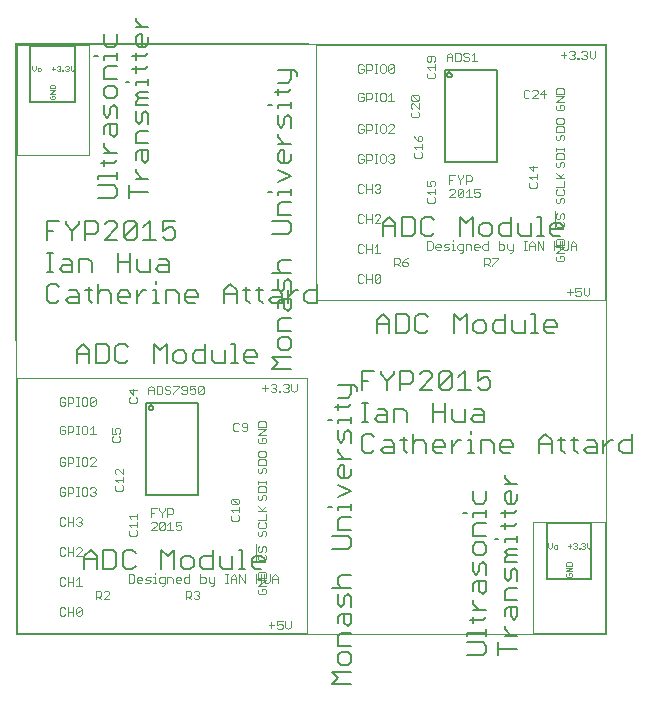
<source format=gto>
G75*
%MOIN*%
%OFA0B0*%
%FSLAX25Y25*%
%IPPOS*%
%LPD*%
%AMOC8*
5,1,8,0,0,1.08239X$1,22.5*
%
%ADD10C,0.00000*%
%ADD11C,0.00200*%
%ADD12C,0.00600*%
%ADD13C,0.00500*%
D10*
X0001118Y0001050D02*
X0197969Y0001050D01*
X0197969Y0197900D01*
X0001118Y0197900D01*
X0001118Y0001050D01*
X0197969Y0001050D01*
X0197969Y0197900D01*
X0001020Y0197959D01*
X0001118Y0001050D01*
X0001618Y0001550D02*
X0001618Y0086550D01*
X0098118Y0086550D01*
X0098118Y0001550D01*
X0001618Y0001550D01*
X0101118Y0112550D02*
X0101118Y0197550D01*
X0197618Y0197550D01*
X0197618Y0112550D01*
X0101118Y0112550D01*
X0173618Y0038261D02*
X0173618Y0001550D01*
X0197569Y0001550D01*
X0197569Y0038261D01*
X0173618Y0038261D01*
X0025451Y0160652D02*
X0025451Y0197363D01*
X0001500Y0197363D01*
X0001500Y0160652D01*
X0025451Y0160652D01*
D11*
X0013959Y0179343D02*
X0012779Y0179343D01*
X0012484Y0179638D01*
X0012484Y0180228D01*
X0012779Y0180523D01*
X0013369Y0180523D02*
X0013369Y0179933D01*
X0013369Y0180523D02*
X0013959Y0180523D01*
X0014254Y0180228D01*
X0014254Y0179638D01*
X0013959Y0179343D01*
X0014254Y0181155D02*
X0012484Y0181155D01*
X0014254Y0182335D01*
X0012484Y0182335D01*
X0012484Y0182968D02*
X0012484Y0183853D01*
X0012779Y0184148D01*
X0013959Y0184148D01*
X0014254Y0183853D01*
X0014254Y0182968D01*
X0012484Y0182968D01*
X0013627Y0188929D02*
X0013627Y0190109D01*
X0013037Y0189519D02*
X0014217Y0189519D01*
X0014850Y0188929D02*
X0015145Y0188634D01*
X0015735Y0188634D01*
X0016030Y0188929D01*
X0016030Y0189224D01*
X0015735Y0189519D01*
X0015440Y0189519D01*
X0015735Y0189519D02*
X0016030Y0189814D01*
X0016030Y0190109D01*
X0015735Y0190404D01*
X0015145Y0190404D01*
X0014850Y0190109D01*
X0016662Y0188929D02*
X0016957Y0188929D01*
X0016957Y0188634D01*
X0016662Y0188634D01*
X0016662Y0188929D01*
X0017568Y0188929D02*
X0017863Y0188634D01*
X0018453Y0188634D01*
X0018748Y0188929D01*
X0018748Y0189224D01*
X0018453Y0189519D01*
X0018158Y0189519D01*
X0018453Y0189519D02*
X0018748Y0189814D01*
X0018748Y0190109D01*
X0018453Y0190404D01*
X0017863Y0190404D01*
X0017568Y0190109D01*
X0019381Y0190404D02*
X0019381Y0189224D01*
X0019971Y0188634D01*
X0020561Y0189224D01*
X0020561Y0190404D01*
X0009573Y0189559D02*
X0009278Y0189854D01*
X0008688Y0189854D01*
X0008393Y0189559D01*
X0008393Y0188969D01*
X0008688Y0188674D01*
X0009278Y0188674D01*
X0009573Y0188969D01*
X0009573Y0189559D01*
X0007760Y0189264D02*
X0007760Y0190444D01*
X0006580Y0190444D02*
X0006580Y0189264D01*
X0007170Y0188674D01*
X0007760Y0189264D01*
X0046227Y0083921D02*
X0047161Y0082987D01*
X0047161Y0081119D01*
X0048055Y0081119D02*
X0049456Y0081119D01*
X0049924Y0081586D01*
X0049924Y0083454D01*
X0049456Y0083921D01*
X0048055Y0083921D01*
X0048055Y0081119D01*
X0047161Y0082520D02*
X0045293Y0082520D01*
X0045293Y0082987D02*
X0046227Y0083921D01*
X0045293Y0082987D02*
X0045293Y0081119D01*
X0041518Y0082289D02*
X0038716Y0082289D01*
X0040117Y0080888D01*
X0040117Y0082756D01*
X0041051Y0079994D02*
X0041518Y0079526D01*
X0041518Y0078592D01*
X0041051Y0078125D01*
X0039183Y0078125D01*
X0038716Y0078592D01*
X0038716Y0079526D01*
X0039183Y0079994D01*
X0035551Y0069756D02*
X0036018Y0069289D01*
X0036018Y0068355D01*
X0035551Y0067888D01*
X0035551Y0066994D02*
X0036018Y0066526D01*
X0036018Y0065592D01*
X0035551Y0065125D01*
X0033683Y0065125D01*
X0033216Y0065592D01*
X0033216Y0066526D01*
X0033683Y0066994D01*
X0033216Y0067888D02*
X0034617Y0067888D01*
X0034150Y0068822D01*
X0034150Y0069289D01*
X0034617Y0069756D01*
X0035551Y0069756D01*
X0033216Y0069756D02*
X0033216Y0067888D01*
X0027715Y0067650D02*
X0025847Y0067650D01*
X0026781Y0067650D02*
X0026781Y0070452D01*
X0025847Y0069518D01*
X0024953Y0069985D02*
X0024953Y0068117D01*
X0024486Y0067650D01*
X0023551Y0067650D01*
X0023084Y0068117D01*
X0023084Y0069985D01*
X0023551Y0070452D01*
X0024486Y0070452D01*
X0024953Y0069985D01*
X0022177Y0070452D02*
X0021243Y0070452D01*
X0021710Y0070452D02*
X0021710Y0067650D01*
X0021243Y0067650D02*
X0022177Y0067650D01*
X0020349Y0069051D02*
X0019882Y0068584D01*
X0018480Y0068584D01*
X0018480Y0067650D02*
X0018480Y0070452D01*
X0019882Y0070452D01*
X0020349Y0069985D01*
X0020349Y0069051D01*
X0017586Y0069051D02*
X0016652Y0069051D01*
X0017586Y0069051D02*
X0017586Y0068117D01*
X0017119Y0067650D01*
X0016185Y0067650D01*
X0015718Y0068117D01*
X0015718Y0069985D01*
X0016185Y0070452D01*
X0017119Y0070452D01*
X0017586Y0069985D01*
X0017119Y0077150D02*
X0017586Y0077617D01*
X0017586Y0078551D01*
X0016652Y0078551D01*
X0015718Y0077617D02*
X0016185Y0077150D01*
X0017119Y0077150D01*
X0018480Y0077150D02*
X0018480Y0079952D01*
X0019882Y0079952D01*
X0020349Y0079485D01*
X0020349Y0078551D01*
X0019882Y0078084D01*
X0018480Y0078084D01*
X0017586Y0079485D02*
X0017119Y0079952D01*
X0016185Y0079952D01*
X0015718Y0079485D01*
X0015718Y0077617D01*
X0021243Y0077150D02*
X0022177Y0077150D01*
X0021710Y0077150D02*
X0021710Y0079952D01*
X0021243Y0079952D02*
X0022177Y0079952D01*
X0023084Y0079485D02*
X0023551Y0079952D01*
X0024486Y0079952D01*
X0024953Y0079485D01*
X0024953Y0077617D01*
X0024486Y0077150D01*
X0023551Y0077150D01*
X0023084Y0077617D01*
X0023084Y0079485D01*
X0025847Y0079485D02*
X0025847Y0077617D01*
X0027715Y0079485D01*
X0027715Y0077617D01*
X0027248Y0077150D01*
X0026314Y0077150D01*
X0025847Y0077617D01*
X0025847Y0079485D02*
X0026314Y0079952D01*
X0027248Y0079952D01*
X0027715Y0079485D01*
X0027248Y0059952D02*
X0026314Y0059952D01*
X0025847Y0059485D01*
X0024953Y0059485D02*
X0024486Y0059952D01*
X0023551Y0059952D01*
X0023084Y0059485D01*
X0023084Y0057617D01*
X0023551Y0057150D01*
X0024486Y0057150D01*
X0024953Y0057617D01*
X0024953Y0059485D01*
X0027248Y0059952D02*
X0027715Y0059485D01*
X0027715Y0059018D01*
X0025847Y0057150D01*
X0027715Y0057150D01*
X0022177Y0057150D02*
X0021243Y0057150D01*
X0021710Y0057150D02*
X0021710Y0059952D01*
X0021243Y0059952D02*
X0022177Y0059952D01*
X0020349Y0059485D02*
X0020349Y0058551D01*
X0019882Y0058084D01*
X0018480Y0058084D01*
X0018480Y0057150D02*
X0018480Y0059952D01*
X0019882Y0059952D01*
X0020349Y0059485D01*
X0017586Y0059485D02*
X0017119Y0059952D01*
X0016185Y0059952D01*
X0015718Y0059485D01*
X0015718Y0057617D01*
X0016185Y0057150D01*
X0017119Y0057150D01*
X0017586Y0057617D01*
X0017586Y0058551D01*
X0016652Y0058551D01*
X0016185Y0049952D02*
X0015718Y0049485D01*
X0015718Y0047617D01*
X0016185Y0047150D01*
X0017119Y0047150D01*
X0017586Y0047617D01*
X0017586Y0048551D01*
X0016652Y0048551D01*
X0017586Y0049485D02*
X0017119Y0049952D01*
X0016185Y0049952D01*
X0018480Y0049952D02*
X0019882Y0049952D01*
X0020349Y0049485D01*
X0020349Y0048551D01*
X0019882Y0048084D01*
X0018480Y0048084D01*
X0018480Y0047150D02*
X0018480Y0049952D01*
X0021243Y0049952D02*
X0022177Y0049952D01*
X0021710Y0049952D02*
X0021710Y0047150D01*
X0021243Y0047150D02*
X0022177Y0047150D01*
X0023084Y0047617D02*
X0023551Y0047150D01*
X0024486Y0047150D01*
X0024953Y0047617D01*
X0024953Y0049485D01*
X0024486Y0049952D01*
X0023551Y0049952D01*
X0023084Y0049485D01*
X0023084Y0047617D01*
X0025847Y0047617D02*
X0026314Y0047150D01*
X0027248Y0047150D01*
X0027715Y0047617D01*
X0027715Y0048084D01*
X0027248Y0048551D01*
X0026781Y0048551D01*
X0027248Y0048551D02*
X0027715Y0049018D01*
X0027715Y0049485D01*
X0027248Y0049952D01*
X0026314Y0049952D01*
X0025847Y0049485D01*
X0022644Y0039952D02*
X0021710Y0039952D01*
X0021243Y0039485D01*
X0020349Y0039952D02*
X0020349Y0037150D01*
X0021243Y0037617D02*
X0021710Y0037150D01*
X0022644Y0037150D01*
X0023111Y0037617D01*
X0023111Y0038084D01*
X0022644Y0038551D01*
X0022177Y0038551D01*
X0022644Y0038551D02*
X0023111Y0039018D01*
X0023111Y0039485D01*
X0022644Y0039952D01*
X0020349Y0038551D02*
X0018480Y0038551D01*
X0017586Y0037617D02*
X0017119Y0037150D01*
X0016185Y0037150D01*
X0015718Y0037617D01*
X0015718Y0039485D01*
X0016185Y0039952D01*
X0017119Y0039952D01*
X0017586Y0039485D01*
X0018480Y0039952D02*
X0018480Y0037150D01*
X0018480Y0029952D02*
X0018480Y0027150D01*
X0017586Y0027617D02*
X0017119Y0027150D01*
X0016185Y0027150D01*
X0015718Y0027617D01*
X0015718Y0029485D01*
X0016185Y0029952D01*
X0017119Y0029952D01*
X0017586Y0029485D01*
X0018480Y0028551D02*
X0020349Y0028551D01*
X0021243Y0029485D02*
X0021710Y0029952D01*
X0022644Y0029952D01*
X0023111Y0029485D01*
X0023111Y0029018D01*
X0021243Y0027150D01*
X0023111Y0027150D01*
X0020349Y0027150D02*
X0020349Y0029952D01*
X0020349Y0019952D02*
X0020349Y0017150D01*
X0021243Y0017150D02*
X0023111Y0017150D01*
X0022177Y0017150D02*
X0022177Y0019952D01*
X0021243Y0019018D01*
X0020349Y0018551D02*
X0018480Y0018551D01*
X0017586Y0017617D02*
X0017119Y0017150D01*
X0016185Y0017150D01*
X0015718Y0017617D01*
X0015718Y0019485D01*
X0016185Y0019952D01*
X0017119Y0019952D01*
X0017586Y0019485D01*
X0018480Y0019952D02*
X0018480Y0017150D01*
X0018480Y0009952D02*
X0018480Y0007150D01*
X0017586Y0007617D02*
X0017119Y0007150D01*
X0016185Y0007150D01*
X0015718Y0007617D01*
X0015718Y0009485D01*
X0016185Y0009952D01*
X0017119Y0009952D01*
X0017586Y0009485D01*
X0018480Y0008551D02*
X0020349Y0008551D01*
X0021243Y0007617D02*
X0021243Y0009485D01*
X0021710Y0009952D01*
X0022644Y0009952D01*
X0023111Y0009485D01*
X0021243Y0007617D01*
X0021710Y0007150D01*
X0022644Y0007150D01*
X0023111Y0007617D01*
X0023111Y0009485D01*
X0020349Y0009952D02*
X0020349Y0007150D01*
X0027718Y0012650D02*
X0027718Y0015452D01*
X0029119Y0015452D01*
X0029586Y0014985D01*
X0029586Y0014051D01*
X0029119Y0013584D01*
X0027718Y0013584D01*
X0028652Y0013584D02*
X0029586Y0012650D01*
X0030480Y0012650D02*
X0032349Y0014518D01*
X0032349Y0014985D01*
X0031882Y0015452D01*
X0030948Y0015452D01*
X0030480Y0014985D01*
X0030480Y0012650D02*
X0032349Y0012650D01*
X0038718Y0018150D02*
X0040119Y0018150D01*
X0040586Y0018617D01*
X0040586Y0020485D01*
X0040119Y0020952D01*
X0038718Y0020952D01*
X0038718Y0018150D01*
X0041480Y0018617D02*
X0041480Y0019551D01*
X0041948Y0020018D01*
X0042882Y0020018D01*
X0043349Y0019551D01*
X0043349Y0019084D01*
X0041480Y0019084D01*
X0041480Y0018617D02*
X0041948Y0018150D01*
X0042882Y0018150D01*
X0044243Y0018150D02*
X0045644Y0018150D01*
X0046111Y0018617D01*
X0045644Y0019084D01*
X0044710Y0019084D01*
X0044243Y0019551D01*
X0044710Y0020018D01*
X0046111Y0020018D01*
X0047005Y0020018D02*
X0047472Y0020018D01*
X0047472Y0018150D01*
X0047005Y0018150D02*
X0047939Y0018150D01*
X0048847Y0018617D02*
X0049314Y0018150D01*
X0050715Y0018150D01*
X0050715Y0017683D02*
X0050715Y0020018D01*
X0049314Y0020018D01*
X0048847Y0019551D01*
X0048847Y0018617D01*
X0049781Y0017216D02*
X0050248Y0017216D01*
X0050715Y0017683D01*
X0051609Y0018150D02*
X0051609Y0020018D01*
X0053010Y0020018D01*
X0053477Y0019551D01*
X0053477Y0018150D01*
X0054371Y0018617D02*
X0054371Y0019551D01*
X0054839Y0020018D01*
X0055773Y0020018D01*
X0056240Y0019551D01*
X0056240Y0019084D01*
X0054371Y0019084D01*
X0054371Y0018617D02*
X0054839Y0018150D01*
X0055773Y0018150D01*
X0057134Y0018617D02*
X0057134Y0019551D01*
X0057601Y0020018D01*
X0059002Y0020018D01*
X0059002Y0020952D02*
X0059002Y0018150D01*
X0057601Y0018150D01*
X0057134Y0018617D01*
X0057718Y0015452D02*
X0059119Y0015452D01*
X0059586Y0014985D01*
X0059586Y0014051D01*
X0059119Y0013584D01*
X0057718Y0013584D01*
X0057718Y0012650D02*
X0057718Y0015452D01*
X0058652Y0013584D02*
X0059586Y0012650D01*
X0060480Y0013117D02*
X0060948Y0012650D01*
X0061882Y0012650D01*
X0062349Y0013117D01*
X0062349Y0013584D01*
X0061882Y0014051D01*
X0061415Y0014051D01*
X0061882Y0014051D02*
X0062349Y0014518D01*
X0062349Y0014985D01*
X0061882Y0015452D01*
X0060948Y0015452D01*
X0060480Y0014985D01*
X0062659Y0018150D02*
X0064060Y0018150D01*
X0064527Y0018617D01*
X0064527Y0019551D01*
X0064060Y0020018D01*
X0062659Y0020018D01*
X0062659Y0020952D02*
X0062659Y0018150D01*
X0065421Y0018617D02*
X0065421Y0020018D01*
X0065421Y0018617D02*
X0065888Y0018150D01*
X0067289Y0018150D01*
X0067289Y0017683D02*
X0066822Y0017216D01*
X0066355Y0017216D01*
X0067289Y0017683D02*
X0067289Y0020018D01*
X0070946Y0020952D02*
X0071880Y0020952D01*
X0071413Y0020952D02*
X0071413Y0018150D01*
X0070946Y0018150D02*
X0071880Y0018150D01*
X0072787Y0018150D02*
X0072787Y0020018D01*
X0073721Y0020952D01*
X0074655Y0020018D01*
X0074655Y0018150D01*
X0075549Y0018150D02*
X0075549Y0020952D01*
X0077418Y0018150D01*
X0077418Y0020952D01*
X0074655Y0019551D02*
X0072787Y0019551D01*
X0081074Y0019551D02*
X0082942Y0019551D01*
X0081716Y0019888D02*
X0081716Y0021289D01*
X0082183Y0021756D01*
X0084051Y0021756D01*
X0084518Y0021289D01*
X0084518Y0019888D01*
X0081716Y0019888D01*
X0081716Y0018994D02*
X0084518Y0018994D01*
X0081716Y0017125D01*
X0084518Y0017125D01*
X0084051Y0016231D02*
X0083117Y0016231D01*
X0083117Y0015297D01*
X0082183Y0014363D02*
X0084051Y0014363D01*
X0084518Y0014830D01*
X0084518Y0015764D01*
X0084051Y0016231D01*
X0082183Y0016231D02*
X0081716Y0015764D01*
X0081716Y0014830D01*
X0082183Y0014363D01*
X0082942Y0018150D02*
X0082942Y0020952D01*
X0083837Y0020952D02*
X0083837Y0018617D01*
X0084304Y0018150D01*
X0085238Y0018150D01*
X0085705Y0018617D01*
X0085705Y0020952D01*
X0086599Y0020018D02*
X0087533Y0020952D01*
X0088467Y0020018D01*
X0088467Y0018150D01*
X0088467Y0019551D02*
X0086599Y0019551D01*
X0086599Y0020018D02*
X0086599Y0018150D01*
X0081074Y0018150D02*
X0081074Y0020952D01*
X0081318Y0025550D02*
X0081318Y0031075D01*
X0082183Y0030281D02*
X0081716Y0029814D01*
X0081716Y0028879D01*
X0082183Y0028412D01*
X0082650Y0028412D01*
X0083117Y0028879D01*
X0083117Y0029814D01*
X0083584Y0030281D01*
X0084051Y0030281D01*
X0084518Y0029814D01*
X0084518Y0028879D01*
X0084051Y0028412D01*
X0084051Y0027518D02*
X0084518Y0027051D01*
X0084518Y0026117D01*
X0084051Y0025650D01*
X0082183Y0025650D01*
X0081716Y0026117D01*
X0081716Y0027051D01*
X0082183Y0027518D01*
X0082183Y0033650D02*
X0082650Y0033650D01*
X0083117Y0034117D01*
X0083117Y0035051D01*
X0083584Y0035518D01*
X0084051Y0035518D01*
X0084518Y0035051D01*
X0084518Y0034117D01*
X0084051Y0033650D01*
X0082183Y0033650D02*
X0081716Y0034117D01*
X0081716Y0035051D01*
X0082183Y0035518D01*
X0082183Y0036412D02*
X0084051Y0036412D01*
X0084518Y0036879D01*
X0084518Y0037814D01*
X0084051Y0038281D01*
X0084518Y0039175D02*
X0084518Y0041043D01*
X0084518Y0041937D02*
X0081716Y0041937D01*
X0083117Y0042404D02*
X0084518Y0043805D01*
X0084051Y0045650D02*
X0084518Y0046117D01*
X0084518Y0047051D01*
X0084051Y0047518D01*
X0083584Y0047518D01*
X0083117Y0047051D01*
X0083117Y0046117D01*
X0082650Y0045650D01*
X0082183Y0045650D01*
X0081716Y0046117D01*
X0081716Y0047051D01*
X0082183Y0047518D01*
X0081716Y0048412D02*
X0081716Y0049814D01*
X0082183Y0050281D01*
X0084051Y0050281D01*
X0084518Y0049814D01*
X0084518Y0048412D01*
X0081716Y0048412D01*
X0081716Y0051175D02*
X0081716Y0052109D01*
X0081716Y0051642D02*
X0084518Y0051642D01*
X0084518Y0051175D02*
X0084518Y0052109D01*
X0084051Y0054650D02*
X0084518Y0055117D01*
X0084518Y0056051D01*
X0084051Y0056518D01*
X0083584Y0056518D01*
X0083117Y0056051D01*
X0083117Y0055117D01*
X0082650Y0054650D01*
X0082183Y0054650D01*
X0081716Y0055117D01*
X0081716Y0056051D01*
X0082183Y0056518D01*
X0081716Y0057412D02*
X0081716Y0058814D01*
X0082183Y0059281D01*
X0084051Y0059281D01*
X0084518Y0058814D01*
X0084518Y0057412D01*
X0081716Y0057412D01*
X0082183Y0060175D02*
X0084051Y0060175D01*
X0084518Y0060642D01*
X0084518Y0061576D01*
X0084051Y0062043D01*
X0082183Y0062043D01*
X0081716Y0061576D01*
X0081716Y0060642D01*
X0082183Y0060175D01*
X0082183Y0064650D02*
X0084051Y0064650D01*
X0084518Y0065117D01*
X0084518Y0066051D01*
X0084051Y0066518D01*
X0083117Y0066518D01*
X0083117Y0065584D01*
X0082183Y0064650D02*
X0081716Y0065117D01*
X0081716Y0066051D01*
X0082183Y0066518D01*
X0081716Y0067412D02*
X0084518Y0069281D01*
X0081716Y0069281D01*
X0081716Y0070175D02*
X0081716Y0071576D01*
X0082183Y0072043D01*
X0084051Y0072043D01*
X0084518Y0071576D01*
X0084518Y0070175D01*
X0081716Y0070175D01*
X0081716Y0067412D02*
X0084518Y0067412D01*
X0078324Y0069117D02*
X0078324Y0070985D01*
X0077857Y0071452D01*
X0076923Y0071452D01*
X0076456Y0070985D01*
X0076456Y0070518D01*
X0076923Y0070051D01*
X0078324Y0070051D01*
X0078324Y0069117D02*
X0077857Y0068650D01*
X0076923Y0068650D01*
X0076456Y0069117D01*
X0075562Y0069117D02*
X0075095Y0068650D01*
X0074160Y0068650D01*
X0073693Y0069117D01*
X0073693Y0070985D01*
X0074160Y0071452D01*
X0075095Y0071452D01*
X0075562Y0070985D01*
X0084222Y0082117D02*
X0084222Y0083985D01*
X0085156Y0083051D02*
X0083287Y0083051D01*
X0086050Y0082117D02*
X0086517Y0081650D01*
X0087451Y0081650D01*
X0087918Y0082117D01*
X0087918Y0082584D01*
X0087451Y0083051D01*
X0086984Y0083051D01*
X0087451Y0083051D02*
X0087918Y0083518D01*
X0087918Y0083985D01*
X0087451Y0084452D01*
X0086517Y0084452D01*
X0086050Y0083985D01*
X0088812Y0082117D02*
X0089279Y0082117D01*
X0089279Y0081650D01*
X0088812Y0081650D01*
X0088812Y0082117D01*
X0090193Y0082117D02*
X0090660Y0081650D01*
X0091595Y0081650D01*
X0092062Y0082117D01*
X0092062Y0082584D01*
X0091595Y0083051D01*
X0091127Y0083051D01*
X0091595Y0083051D02*
X0092062Y0083518D01*
X0092062Y0083985D01*
X0091595Y0084452D01*
X0090660Y0084452D01*
X0090193Y0083985D01*
X0092956Y0084452D02*
X0092956Y0082584D01*
X0093890Y0081650D01*
X0094824Y0082584D01*
X0094824Y0084452D01*
X0063735Y0083454D02*
X0061867Y0081586D01*
X0062334Y0081119D01*
X0063268Y0081119D01*
X0063735Y0081586D01*
X0063735Y0083454D01*
X0063268Y0083921D01*
X0062334Y0083921D01*
X0061867Y0083454D01*
X0061867Y0081586D01*
X0060973Y0081586D02*
X0060973Y0082520D01*
X0060506Y0082987D01*
X0060039Y0082987D01*
X0059105Y0082520D01*
X0059105Y0083921D01*
X0060973Y0083921D01*
X0058211Y0083454D02*
X0057744Y0083921D01*
X0056809Y0083921D01*
X0056342Y0083454D01*
X0056342Y0082987D01*
X0056809Y0082520D01*
X0058211Y0082520D01*
X0058211Y0081586D02*
X0058211Y0083454D01*
X0058211Y0081586D02*
X0057744Y0081119D01*
X0056809Y0081119D01*
X0056342Y0081586D01*
X0055448Y0083454D02*
X0053580Y0081586D01*
X0053580Y0081119D01*
X0052686Y0081586D02*
X0052219Y0081119D01*
X0051285Y0081119D01*
X0050818Y0081586D01*
X0051285Y0082520D02*
X0052219Y0082520D01*
X0052686Y0082053D01*
X0052686Y0081586D01*
X0051285Y0082520D02*
X0050818Y0082987D01*
X0050818Y0083454D01*
X0051285Y0083921D01*
X0052219Y0083921D01*
X0052686Y0083454D01*
X0053580Y0083921D02*
X0055448Y0083921D01*
X0055448Y0083454D01*
X0059105Y0081586D02*
X0059572Y0081119D01*
X0060506Y0081119D01*
X0060973Y0081586D01*
X0037018Y0056256D02*
X0037018Y0054388D01*
X0035150Y0056256D01*
X0034683Y0056256D01*
X0034216Y0055789D01*
X0034216Y0054855D01*
X0034683Y0054388D01*
X0034216Y0052559D02*
X0037018Y0052559D01*
X0037018Y0051625D02*
X0037018Y0053494D01*
X0035150Y0051625D02*
X0034216Y0052559D01*
X0034683Y0050731D02*
X0034216Y0050264D01*
X0034216Y0049330D01*
X0034683Y0048863D01*
X0036551Y0048863D01*
X0037018Y0049330D01*
X0037018Y0050264D01*
X0036551Y0050731D01*
X0038716Y0040322D02*
X0041518Y0040322D01*
X0041518Y0039388D02*
X0041518Y0041256D01*
X0039650Y0039388D02*
X0038716Y0040322D01*
X0041518Y0038494D02*
X0041518Y0036625D01*
X0041518Y0037559D02*
X0038716Y0037559D01*
X0039650Y0036625D01*
X0039183Y0035731D02*
X0038716Y0035264D01*
X0038716Y0034330D01*
X0039183Y0033863D01*
X0041051Y0033863D01*
X0041518Y0034330D01*
X0041518Y0035264D01*
X0041051Y0035731D01*
X0046169Y0035650D02*
X0048037Y0037518D01*
X0048037Y0037985D01*
X0047570Y0038452D01*
X0046636Y0038452D01*
X0046169Y0037985D01*
X0046169Y0040150D02*
X0046169Y0042952D01*
X0048037Y0042952D01*
X0048931Y0042952D02*
X0048931Y0042485D01*
X0049865Y0041551D01*
X0049865Y0040150D01*
X0049865Y0041551D02*
X0050799Y0042485D01*
X0050799Y0042952D01*
X0051693Y0042952D02*
X0053095Y0042952D01*
X0053562Y0042485D01*
X0053562Y0041551D01*
X0053095Y0041084D01*
X0051693Y0041084D01*
X0051693Y0040150D02*
X0051693Y0042952D01*
X0052628Y0038452D02*
X0052628Y0035650D01*
X0053562Y0035650D02*
X0051693Y0035650D01*
X0050799Y0036117D02*
X0050332Y0035650D01*
X0049398Y0035650D01*
X0048931Y0036117D01*
X0050799Y0037985D01*
X0050799Y0036117D01*
X0051693Y0037518D02*
X0052628Y0038452D01*
X0054456Y0038452D02*
X0054456Y0037051D01*
X0055390Y0037518D01*
X0055857Y0037518D01*
X0056324Y0037051D01*
X0056324Y0036117D01*
X0055857Y0035650D01*
X0054923Y0035650D01*
X0054456Y0036117D01*
X0054456Y0038452D02*
X0056324Y0038452D01*
X0050799Y0037985D02*
X0050332Y0038452D01*
X0049398Y0038452D01*
X0048931Y0037985D01*
X0048931Y0036117D01*
X0048037Y0035650D02*
X0046169Y0035650D01*
X0046169Y0041551D02*
X0047103Y0041551D01*
X0047472Y0021419D02*
X0047472Y0020952D01*
X0072716Y0039330D02*
X0073183Y0038863D01*
X0075051Y0038863D01*
X0075518Y0039330D01*
X0075518Y0040264D01*
X0075051Y0040731D01*
X0075518Y0041625D02*
X0075518Y0043494D01*
X0075518Y0042559D02*
X0072716Y0042559D01*
X0073650Y0041625D01*
X0073183Y0040731D02*
X0072716Y0040264D01*
X0072716Y0039330D01*
X0073183Y0044388D02*
X0072716Y0044855D01*
X0072716Y0045789D01*
X0073183Y0046256D01*
X0075051Y0044388D01*
X0075518Y0044855D01*
X0075518Y0045789D01*
X0075051Y0046256D01*
X0073183Y0046256D01*
X0073183Y0044388D02*
X0075051Y0044388D01*
X0081716Y0043805D02*
X0083584Y0041937D01*
X0084518Y0039175D02*
X0081716Y0039175D01*
X0082183Y0038281D02*
X0081716Y0037814D01*
X0081716Y0036879D01*
X0082183Y0036412D01*
X0088193Y0005452D02*
X0088193Y0004051D01*
X0089128Y0004518D01*
X0089595Y0004518D01*
X0090062Y0004051D01*
X0090062Y0003117D01*
X0089595Y0002650D01*
X0088660Y0002650D01*
X0088193Y0003117D01*
X0087299Y0004051D02*
X0085431Y0004051D01*
X0086365Y0004985D02*
X0086365Y0003117D01*
X0088193Y0005452D02*
X0090062Y0005452D01*
X0090956Y0005452D02*
X0090956Y0003584D01*
X0091890Y0002650D01*
X0092824Y0003584D01*
X0092824Y0005452D01*
X0178698Y0030161D02*
X0179288Y0029571D01*
X0179878Y0030161D01*
X0179878Y0031341D01*
X0180511Y0030456D02*
X0180511Y0029866D01*
X0180806Y0029571D01*
X0181396Y0029571D01*
X0181691Y0029866D01*
X0181691Y0030456D01*
X0181396Y0030751D01*
X0180806Y0030751D01*
X0180511Y0030456D01*
X0178698Y0030161D02*
X0178698Y0031341D01*
X0185155Y0030417D02*
X0186335Y0030417D01*
X0185745Y0031007D02*
X0185745Y0029827D01*
X0186968Y0029827D02*
X0187263Y0029532D01*
X0187853Y0029532D01*
X0188148Y0029827D01*
X0188148Y0030122D01*
X0187853Y0030417D01*
X0187558Y0030417D01*
X0187853Y0030417D02*
X0188148Y0030712D01*
X0188148Y0031007D01*
X0187853Y0031302D01*
X0187263Y0031302D01*
X0186968Y0031007D01*
X0188780Y0029827D02*
X0189075Y0029827D01*
X0189075Y0029532D01*
X0188780Y0029532D01*
X0188780Y0029827D01*
X0189687Y0029827D02*
X0189982Y0029532D01*
X0190572Y0029532D01*
X0190867Y0029827D01*
X0190867Y0030122D01*
X0190572Y0030417D01*
X0190277Y0030417D01*
X0190572Y0030417D02*
X0190867Y0030712D01*
X0190867Y0031007D01*
X0190572Y0031302D01*
X0189982Y0031302D01*
X0189687Y0031007D01*
X0191499Y0031302D02*
X0191499Y0030122D01*
X0192089Y0029532D01*
X0192679Y0030122D01*
X0192679Y0031302D01*
X0186372Y0024751D02*
X0186077Y0025046D01*
X0184897Y0025046D01*
X0184602Y0024751D01*
X0184602Y0023866D01*
X0186372Y0023866D01*
X0186372Y0024751D01*
X0186372Y0023233D02*
X0184602Y0023233D01*
X0184602Y0022053D02*
X0186372Y0023233D01*
X0186372Y0022053D02*
X0184602Y0022053D01*
X0184897Y0021421D02*
X0184602Y0021126D01*
X0184602Y0020536D01*
X0184897Y0020241D01*
X0186077Y0020241D01*
X0186372Y0020536D01*
X0186372Y0021126D01*
X0186077Y0021421D01*
X0185487Y0021421D01*
X0185487Y0020831D01*
X0188160Y0113650D02*
X0187693Y0114117D01*
X0188160Y0113650D02*
X0189095Y0113650D01*
X0189562Y0114117D01*
X0189562Y0115051D01*
X0189095Y0115518D01*
X0188628Y0115518D01*
X0187693Y0115051D01*
X0187693Y0116452D01*
X0189562Y0116452D01*
X0190456Y0116452D02*
X0190456Y0114584D01*
X0191390Y0113650D01*
X0192324Y0114584D01*
X0192324Y0116452D01*
X0186799Y0115051D02*
X0184931Y0115051D01*
X0185865Y0115985D02*
X0185865Y0114117D01*
X0183551Y0125363D02*
X0181683Y0125363D01*
X0181216Y0125830D01*
X0181216Y0126764D01*
X0181683Y0127231D01*
X0182617Y0127231D02*
X0182617Y0126297D01*
X0182617Y0127231D02*
X0183551Y0127231D01*
X0184018Y0126764D01*
X0184018Y0125830D01*
X0183551Y0125363D01*
X0184018Y0128125D02*
X0181216Y0128125D01*
X0184018Y0129994D01*
X0181216Y0129994D01*
X0180574Y0130551D02*
X0182442Y0130551D01*
X0181216Y0130888D02*
X0181216Y0132289D01*
X0181683Y0132756D01*
X0183551Y0132756D01*
X0184018Y0132289D01*
X0184018Y0130888D01*
X0181216Y0130888D01*
X0180574Y0131952D02*
X0180574Y0129150D01*
X0182442Y0129150D02*
X0182442Y0131952D01*
X0183337Y0131952D02*
X0183337Y0129617D01*
X0183804Y0129150D01*
X0184738Y0129150D01*
X0185205Y0129617D01*
X0185205Y0131952D01*
X0186099Y0131018D02*
X0187033Y0131952D01*
X0187967Y0131018D01*
X0187967Y0129150D01*
X0187967Y0130551D02*
X0186099Y0130551D01*
X0186099Y0131018D02*
X0186099Y0129150D01*
X0183551Y0136650D02*
X0181683Y0136650D01*
X0181216Y0137117D01*
X0181216Y0138051D01*
X0181683Y0138518D01*
X0181683Y0139412D02*
X0182150Y0139412D01*
X0182617Y0139879D01*
X0182617Y0140814D01*
X0183084Y0141281D01*
X0183551Y0141281D01*
X0184018Y0140814D01*
X0184018Y0139879D01*
X0183551Y0139412D01*
X0183551Y0138518D02*
X0184018Y0138051D01*
X0184018Y0137117D01*
X0183551Y0136650D01*
X0181683Y0139412D02*
X0181216Y0139879D01*
X0181216Y0140814D01*
X0181683Y0141281D01*
X0180818Y0142075D02*
X0180818Y0136550D01*
X0176918Y0131952D02*
X0176918Y0129150D01*
X0175049Y0131952D01*
X0175049Y0129150D01*
X0174155Y0129150D02*
X0174155Y0131018D01*
X0173221Y0131952D01*
X0172287Y0131018D01*
X0172287Y0129150D01*
X0171380Y0129150D02*
X0170446Y0129150D01*
X0170913Y0129150D02*
X0170913Y0131952D01*
X0170446Y0131952D02*
X0171380Y0131952D01*
X0172287Y0130551D02*
X0174155Y0130551D01*
X0166789Y0131018D02*
X0166789Y0128683D01*
X0166322Y0128216D01*
X0165855Y0128216D01*
X0165388Y0129150D02*
X0166789Y0129150D01*
X0165388Y0129150D02*
X0164921Y0129617D01*
X0164921Y0131018D01*
X0164027Y0130551D02*
X0163560Y0131018D01*
X0162159Y0131018D01*
X0162159Y0131952D02*
X0162159Y0129150D01*
X0163560Y0129150D01*
X0164027Y0129617D01*
X0164027Y0130551D01*
X0161849Y0126452D02*
X0159980Y0126452D01*
X0159086Y0125985D02*
X0159086Y0125051D01*
X0158619Y0124584D01*
X0157218Y0124584D01*
X0157218Y0123650D02*
X0157218Y0126452D01*
X0158619Y0126452D01*
X0159086Y0125985D01*
X0158152Y0124584D02*
X0159086Y0123650D01*
X0159980Y0123650D02*
X0159980Y0124117D01*
X0161849Y0125985D01*
X0161849Y0126452D01*
X0158502Y0129150D02*
X0157101Y0129150D01*
X0156634Y0129617D01*
X0156634Y0130551D01*
X0157101Y0131018D01*
X0158502Y0131018D01*
X0158502Y0131952D02*
X0158502Y0129150D01*
X0155740Y0130084D02*
X0153871Y0130084D01*
X0153871Y0129617D02*
X0153871Y0130551D01*
X0154339Y0131018D01*
X0155273Y0131018D01*
X0155740Y0130551D01*
X0155740Y0130084D01*
X0155273Y0129150D02*
X0154339Y0129150D01*
X0153871Y0129617D01*
X0152977Y0129150D02*
X0152977Y0130551D01*
X0152510Y0131018D01*
X0151109Y0131018D01*
X0151109Y0129150D01*
X0150215Y0129150D02*
X0148814Y0129150D01*
X0148347Y0129617D01*
X0148347Y0130551D01*
X0148814Y0131018D01*
X0150215Y0131018D01*
X0150215Y0128683D01*
X0149748Y0128216D01*
X0149281Y0128216D01*
X0147439Y0129150D02*
X0146505Y0129150D01*
X0146972Y0129150D02*
X0146972Y0131018D01*
X0146505Y0131018D01*
X0145611Y0131018D02*
X0144210Y0131018D01*
X0143743Y0130551D01*
X0144210Y0130084D01*
X0145144Y0130084D01*
X0145611Y0129617D01*
X0145144Y0129150D01*
X0143743Y0129150D01*
X0142849Y0130084D02*
X0140980Y0130084D01*
X0140980Y0129617D02*
X0140980Y0130551D01*
X0141448Y0131018D01*
X0142382Y0131018D01*
X0142849Y0130551D01*
X0142849Y0130084D01*
X0142382Y0129150D02*
X0141448Y0129150D01*
X0140980Y0129617D01*
X0140086Y0129617D02*
X0140086Y0131485D01*
X0139619Y0131952D01*
X0138218Y0131952D01*
X0138218Y0129150D01*
X0139619Y0129150D01*
X0140086Y0129617D01*
X0146972Y0131952D02*
X0146972Y0132419D01*
X0140551Y0144863D02*
X0138683Y0144863D01*
X0138216Y0145330D01*
X0138216Y0146264D01*
X0138683Y0146731D01*
X0139150Y0147625D02*
X0138216Y0148559D01*
X0141018Y0148559D01*
X0141018Y0147625D02*
X0141018Y0149494D01*
X0140551Y0150388D02*
X0141018Y0150855D01*
X0141018Y0151789D01*
X0140551Y0152256D01*
X0139617Y0152256D01*
X0139150Y0151789D01*
X0139150Y0151322D01*
X0139617Y0150388D01*
X0138216Y0150388D01*
X0138216Y0152256D01*
X0140551Y0146731D02*
X0141018Y0146264D01*
X0141018Y0145330D01*
X0140551Y0144863D01*
X0145669Y0146650D02*
X0147537Y0148518D01*
X0147537Y0148985D01*
X0147070Y0149452D01*
X0146136Y0149452D01*
X0145669Y0148985D01*
X0145669Y0151150D02*
X0145669Y0153952D01*
X0147537Y0153952D01*
X0148431Y0153952D02*
X0148431Y0153485D01*
X0149365Y0152551D01*
X0149365Y0151150D01*
X0149365Y0152551D02*
X0150299Y0153485D01*
X0150299Y0153952D01*
X0151193Y0153952D02*
X0152595Y0153952D01*
X0153062Y0153485D01*
X0153062Y0152551D01*
X0152595Y0152084D01*
X0151193Y0152084D01*
X0151193Y0151150D02*
X0151193Y0153952D01*
X0146603Y0152551D02*
X0145669Y0152551D01*
X0148898Y0149452D02*
X0149832Y0149452D01*
X0150299Y0148985D01*
X0148431Y0147117D01*
X0148898Y0146650D01*
X0149832Y0146650D01*
X0150299Y0147117D01*
X0150299Y0148985D01*
X0151193Y0148518D02*
X0152128Y0149452D01*
X0152128Y0146650D01*
X0153062Y0146650D02*
X0151193Y0146650D01*
X0148431Y0147117D02*
X0148431Y0148985D01*
X0148898Y0149452D01*
X0147537Y0146650D02*
X0145669Y0146650D01*
X0153956Y0147117D02*
X0154423Y0146650D01*
X0155357Y0146650D01*
X0155824Y0147117D01*
X0155824Y0148051D01*
X0155357Y0148518D01*
X0154890Y0148518D01*
X0153956Y0148051D01*
X0153956Y0149452D01*
X0155824Y0149452D01*
X0172216Y0150330D02*
X0172683Y0149863D01*
X0174551Y0149863D01*
X0175018Y0150330D01*
X0175018Y0151264D01*
X0174551Y0151731D01*
X0175018Y0152625D02*
X0175018Y0154494D01*
X0175018Y0153559D02*
X0172216Y0153559D01*
X0173150Y0152625D01*
X0172683Y0151731D02*
X0172216Y0151264D01*
X0172216Y0150330D01*
X0173617Y0155388D02*
X0173617Y0157256D01*
X0175018Y0156789D02*
X0172216Y0156789D01*
X0173617Y0155388D01*
X0181216Y0154805D02*
X0183084Y0152937D01*
X0182617Y0153404D02*
X0184018Y0154805D01*
X0184018Y0152937D02*
X0181216Y0152937D01*
X0181216Y0150175D02*
X0184018Y0150175D01*
X0184018Y0152043D01*
X0183551Y0149281D02*
X0184018Y0148814D01*
X0184018Y0147879D01*
X0183551Y0147412D01*
X0181683Y0147412D01*
X0181216Y0147879D01*
X0181216Y0148814D01*
X0181683Y0149281D01*
X0181683Y0146518D02*
X0181216Y0146051D01*
X0181216Y0145117D01*
X0181683Y0144650D01*
X0182150Y0144650D01*
X0182617Y0145117D01*
X0182617Y0146051D01*
X0183084Y0146518D01*
X0183551Y0146518D01*
X0184018Y0146051D01*
X0184018Y0145117D01*
X0183551Y0144650D01*
X0183551Y0156650D02*
X0184018Y0157117D01*
X0184018Y0158051D01*
X0183551Y0158518D01*
X0183084Y0158518D01*
X0182617Y0158051D01*
X0182617Y0157117D01*
X0182150Y0156650D01*
X0181683Y0156650D01*
X0181216Y0157117D01*
X0181216Y0158051D01*
X0181683Y0158518D01*
X0181216Y0159412D02*
X0181216Y0160814D01*
X0181683Y0161281D01*
X0183551Y0161281D01*
X0184018Y0160814D01*
X0184018Y0159412D01*
X0181216Y0159412D01*
X0181216Y0162175D02*
X0181216Y0163109D01*
X0181216Y0162642D02*
X0184018Y0162642D01*
X0184018Y0162175D02*
X0184018Y0163109D01*
X0183551Y0165650D02*
X0184018Y0166117D01*
X0184018Y0167051D01*
X0183551Y0167518D01*
X0183084Y0167518D01*
X0182617Y0167051D01*
X0182617Y0166117D01*
X0182150Y0165650D01*
X0181683Y0165650D01*
X0181216Y0166117D01*
X0181216Y0167051D01*
X0181683Y0167518D01*
X0181216Y0168412D02*
X0181216Y0169814D01*
X0181683Y0170281D01*
X0183551Y0170281D01*
X0184018Y0169814D01*
X0184018Y0168412D01*
X0181216Y0168412D01*
X0181683Y0171175D02*
X0181216Y0171642D01*
X0181216Y0172576D01*
X0181683Y0173043D01*
X0183551Y0173043D01*
X0184018Y0172576D01*
X0184018Y0171642D01*
X0183551Y0171175D01*
X0181683Y0171175D01*
X0181683Y0175650D02*
X0183551Y0175650D01*
X0184018Y0176117D01*
X0184018Y0177051D01*
X0183551Y0177518D01*
X0182617Y0177518D01*
X0182617Y0176584D01*
X0181683Y0175650D02*
X0181216Y0176117D01*
X0181216Y0177051D01*
X0181683Y0177518D01*
X0181216Y0178412D02*
X0184018Y0180281D01*
X0181216Y0180281D01*
X0181216Y0181175D02*
X0181216Y0182576D01*
X0181683Y0183043D01*
X0183551Y0183043D01*
X0184018Y0182576D01*
X0184018Y0181175D01*
X0181216Y0181175D01*
X0181216Y0178412D02*
X0184018Y0178412D01*
X0177824Y0181051D02*
X0175956Y0181051D01*
X0177357Y0182452D01*
X0177357Y0179650D01*
X0175062Y0179650D02*
X0173193Y0179650D01*
X0175062Y0181518D01*
X0175062Y0181985D01*
X0174595Y0182452D01*
X0173660Y0182452D01*
X0173193Y0181985D01*
X0172299Y0181985D02*
X0171832Y0182452D01*
X0170898Y0182452D01*
X0170431Y0181985D01*
X0170431Y0180117D01*
X0170898Y0179650D01*
X0171832Y0179650D01*
X0172299Y0180117D01*
X0183722Y0193117D02*
X0183722Y0194985D01*
X0184656Y0194051D02*
X0182787Y0194051D01*
X0185550Y0193117D02*
X0186017Y0192650D01*
X0186951Y0192650D01*
X0187418Y0193117D01*
X0187418Y0193584D01*
X0186951Y0194051D01*
X0186484Y0194051D01*
X0186951Y0194051D02*
X0187418Y0194518D01*
X0187418Y0194985D01*
X0186951Y0195452D01*
X0186017Y0195452D01*
X0185550Y0194985D01*
X0188312Y0193117D02*
X0188779Y0193117D01*
X0188779Y0192650D01*
X0188312Y0192650D01*
X0188312Y0193117D01*
X0189693Y0193117D02*
X0190160Y0192650D01*
X0191095Y0192650D01*
X0191562Y0193117D01*
X0191562Y0193584D01*
X0191095Y0194051D01*
X0190627Y0194051D01*
X0191095Y0194051D02*
X0191562Y0194518D01*
X0191562Y0194985D01*
X0191095Y0195452D01*
X0190160Y0195452D01*
X0189693Y0194985D01*
X0192456Y0195452D02*
X0192456Y0193584D01*
X0193390Y0192650D01*
X0194324Y0193584D01*
X0194324Y0195452D01*
X0154948Y0192119D02*
X0153080Y0192119D01*
X0154014Y0192119D02*
X0154014Y0194921D01*
X0153080Y0193987D01*
X0152186Y0194454D02*
X0151719Y0194921D01*
X0150785Y0194921D01*
X0150318Y0194454D01*
X0150318Y0193987D01*
X0150785Y0193520D01*
X0151719Y0193520D01*
X0152186Y0193053D01*
X0152186Y0192586D01*
X0151719Y0192119D01*
X0150785Y0192119D01*
X0150318Y0192586D01*
X0149424Y0192586D02*
X0149424Y0194454D01*
X0148956Y0194921D01*
X0147555Y0194921D01*
X0147555Y0192119D01*
X0148956Y0192119D01*
X0149424Y0192586D01*
X0146661Y0192119D02*
X0146661Y0193987D01*
X0145727Y0194921D01*
X0144793Y0193987D01*
X0144793Y0192119D01*
X0144793Y0193520D02*
X0146661Y0193520D01*
X0141018Y0193289D02*
X0140551Y0193756D01*
X0138683Y0193756D01*
X0138216Y0193289D01*
X0138216Y0192355D01*
X0138683Y0191888D01*
X0139150Y0191888D01*
X0139617Y0192355D01*
X0139617Y0193756D01*
X0141018Y0193289D02*
X0141018Y0192355D01*
X0140551Y0191888D01*
X0141018Y0190994D02*
X0141018Y0189125D01*
X0141018Y0190059D02*
X0138216Y0190059D01*
X0139150Y0189125D01*
X0138683Y0188231D02*
X0138216Y0187764D01*
X0138216Y0186830D01*
X0138683Y0186363D01*
X0140551Y0186363D01*
X0141018Y0186830D01*
X0141018Y0187764D01*
X0140551Y0188231D01*
X0135051Y0180756D02*
X0133183Y0180756D01*
X0135051Y0178888D01*
X0135518Y0179355D01*
X0135518Y0180289D01*
X0135051Y0180756D01*
X0133183Y0180756D02*
X0132716Y0180289D01*
X0132716Y0179355D01*
X0133183Y0178888D01*
X0135051Y0178888D01*
X0135518Y0177994D02*
X0135518Y0176125D01*
X0133650Y0177994D01*
X0133183Y0177994D01*
X0132716Y0177526D01*
X0132716Y0176592D01*
X0133183Y0176125D01*
X0133183Y0175231D02*
X0132716Y0174764D01*
X0132716Y0173830D01*
X0133183Y0173363D01*
X0135051Y0173363D01*
X0135518Y0173830D01*
X0135518Y0174764D01*
X0135051Y0175231D01*
X0135584Y0167256D02*
X0135117Y0166789D01*
X0135117Y0165388D01*
X0136051Y0165388D01*
X0136518Y0165855D01*
X0136518Y0166789D01*
X0136051Y0167256D01*
X0135584Y0167256D01*
X0134183Y0166322D02*
X0135117Y0165388D01*
X0134183Y0166322D02*
X0133716Y0167256D01*
X0136518Y0164494D02*
X0136518Y0162625D01*
X0136518Y0163559D02*
X0133716Y0163559D01*
X0134650Y0162625D01*
X0134183Y0161731D02*
X0133716Y0161264D01*
X0133716Y0160330D01*
X0134183Y0159863D01*
X0136051Y0159863D01*
X0136518Y0160330D01*
X0136518Y0161264D01*
X0136051Y0161731D01*
X0127215Y0160485D02*
X0127215Y0160018D01*
X0126748Y0159551D01*
X0127215Y0159084D01*
X0127215Y0158617D01*
X0126748Y0158150D01*
X0125814Y0158150D01*
X0125347Y0158617D01*
X0124453Y0158617D02*
X0124453Y0160485D01*
X0123986Y0160952D01*
X0123051Y0160952D01*
X0122584Y0160485D01*
X0122584Y0158617D01*
X0123051Y0158150D01*
X0123986Y0158150D01*
X0124453Y0158617D01*
X0126281Y0159551D02*
X0126748Y0159551D01*
X0127215Y0160485D02*
X0126748Y0160952D01*
X0125814Y0160952D01*
X0125347Y0160485D01*
X0121677Y0160952D02*
X0120743Y0160952D01*
X0121210Y0160952D02*
X0121210Y0158150D01*
X0120743Y0158150D02*
X0121677Y0158150D01*
X0119849Y0159551D02*
X0119849Y0160485D01*
X0119382Y0160952D01*
X0117980Y0160952D01*
X0117980Y0158150D01*
X0117980Y0159084D02*
X0119382Y0159084D01*
X0119849Y0159551D01*
X0117086Y0159551D02*
X0116152Y0159551D01*
X0117086Y0159551D02*
X0117086Y0158617D01*
X0116619Y0158150D01*
X0115685Y0158150D01*
X0115218Y0158617D01*
X0115218Y0160485D01*
X0115685Y0160952D01*
X0116619Y0160952D01*
X0117086Y0160485D01*
X0116619Y0168150D02*
X0117086Y0168617D01*
X0117086Y0169551D01*
X0116152Y0169551D01*
X0115218Y0168617D02*
X0115685Y0168150D01*
X0116619Y0168150D01*
X0117980Y0168150D02*
X0117980Y0170952D01*
X0119382Y0170952D01*
X0119849Y0170485D01*
X0119849Y0169551D01*
X0119382Y0169084D01*
X0117980Y0169084D01*
X0117086Y0170485D02*
X0116619Y0170952D01*
X0115685Y0170952D01*
X0115218Y0170485D01*
X0115218Y0168617D01*
X0120743Y0168150D02*
X0121677Y0168150D01*
X0121210Y0168150D02*
X0121210Y0170952D01*
X0120743Y0170952D02*
X0121677Y0170952D01*
X0122584Y0170485D02*
X0122584Y0168617D01*
X0123051Y0168150D01*
X0123986Y0168150D01*
X0124453Y0168617D01*
X0124453Y0170485D01*
X0123986Y0170952D01*
X0123051Y0170952D01*
X0122584Y0170485D01*
X0125347Y0170485D02*
X0125814Y0170952D01*
X0126748Y0170952D01*
X0127215Y0170485D01*
X0127215Y0170018D01*
X0125347Y0168150D01*
X0127215Y0168150D01*
X0127215Y0178650D02*
X0125347Y0178650D01*
X0126281Y0178650D02*
X0126281Y0181452D01*
X0125347Y0180518D01*
X0124453Y0180985D02*
X0123986Y0181452D01*
X0123051Y0181452D01*
X0122584Y0180985D01*
X0122584Y0179117D01*
X0123051Y0178650D01*
X0123986Y0178650D01*
X0124453Y0179117D01*
X0124453Y0180985D01*
X0121677Y0181452D02*
X0120743Y0181452D01*
X0121210Y0181452D02*
X0121210Y0178650D01*
X0120743Y0178650D02*
X0121677Y0178650D01*
X0119849Y0180051D02*
X0119382Y0179584D01*
X0117980Y0179584D01*
X0117980Y0178650D02*
X0117980Y0181452D01*
X0119382Y0181452D01*
X0119849Y0180985D01*
X0119849Y0180051D01*
X0117086Y0180051D02*
X0117086Y0179117D01*
X0116619Y0178650D01*
X0115685Y0178650D01*
X0115218Y0179117D01*
X0115218Y0180985D01*
X0115685Y0181452D01*
X0116619Y0181452D01*
X0117086Y0180985D01*
X0117086Y0180051D02*
X0116152Y0180051D01*
X0115685Y0188150D02*
X0115218Y0188617D01*
X0115218Y0190485D01*
X0115685Y0190952D01*
X0116619Y0190952D01*
X0117086Y0190485D01*
X0117086Y0189551D02*
X0116152Y0189551D01*
X0117086Y0189551D02*
X0117086Y0188617D01*
X0116619Y0188150D01*
X0115685Y0188150D01*
X0117980Y0188150D02*
X0117980Y0190952D01*
X0119382Y0190952D01*
X0119849Y0190485D01*
X0119849Y0189551D01*
X0119382Y0189084D01*
X0117980Y0189084D01*
X0120743Y0188150D02*
X0121677Y0188150D01*
X0121210Y0188150D02*
X0121210Y0190952D01*
X0120743Y0190952D02*
X0121677Y0190952D01*
X0122584Y0190485D02*
X0122584Y0188617D01*
X0123051Y0188150D01*
X0123986Y0188150D01*
X0124453Y0188617D01*
X0124453Y0190485D01*
X0123986Y0190952D01*
X0123051Y0190952D01*
X0122584Y0190485D01*
X0125347Y0190485D02*
X0125347Y0188617D01*
X0127215Y0190485D01*
X0127215Y0188617D01*
X0126748Y0188150D01*
X0125814Y0188150D01*
X0125347Y0188617D01*
X0125347Y0190485D02*
X0125814Y0190952D01*
X0126748Y0190952D01*
X0127215Y0190485D01*
X0122144Y0150952D02*
X0121210Y0150952D01*
X0120743Y0150485D01*
X0119849Y0150952D02*
X0119849Y0148150D01*
X0120743Y0148617D02*
X0121210Y0148150D01*
X0122144Y0148150D01*
X0122611Y0148617D01*
X0122611Y0149084D01*
X0122144Y0149551D01*
X0121677Y0149551D01*
X0122144Y0149551D02*
X0122611Y0150018D01*
X0122611Y0150485D01*
X0122144Y0150952D01*
X0119849Y0149551D02*
X0117980Y0149551D01*
X0117086Y0148617D02*
X0116619Y0148150D01*
X0115685Y0148150D01*
X0115218Y0148617D01*
X0115218Y0150485D01*
X0115685Y0150952D01*
X0116619Y0150952D01*
X0117086Y0150485D01*
X0117980Y0150952D02*
X0117980Y0148150D01*
X0117980Y0140952D02*
X0117980Y0138150D01*
X0117086Y0138617D02*
X0116619Y0138150D01*
X0115685Y0138150D01*
X0115218Y0138617D01*
X0115218Y0140485D01*
X0115685Y0140952D01*
X0116619Y0140952D01*
X0117086Y0140485D01*
X0117980Y0139551D02*
X0119849Y0139551D01*
X0120743Y0140485D02*
X0121210Y0140952D01*
X0122144Y0140952D01*
X0122611Y0140485D01*
X0122611Y0140018D01*
X0120743Y0138150D01*
X0122611Y0138150D01*
X0119849Y0138150D02*
X0119849Y0140952D01*
X0119849Y0130952D02*
X0119849Y0128150D01*
X0120743Y0128150D02*
X0122611Y0128150D01*
X0121677Y0128150D02*
X0121677Y0130952D01*
X0120743Y0130018D01*
X0119849Y0129551D02*
X0117980Y0129551D01*
X0117086Y0128617D02*
X0116619Y0128150D01*
X0115685Y0128150D01*
X0115218Y0128617D01*
X0115218Y0130485D01*
X0115685Y0130952D01*
X0116619Y0130952D01*
X0117086Y0130485D01*
X0117980Y0130952D02*
X0117980Y0128150D01*
X0117980Y0120952D02*
X0117980Y0118150D01*
X0117086Y0118617D02*
X0116619Y0118150D01*
X0115685Y0118150D01*
X0115218Y0118617D01*
X0115218Y0120485D01*
X0115685Y0120952D01*
X0116619Y0120952D01*
X0117086Y0120485D01*
X0117980Y0119551D02*
X0119849Y0119551D01*
X0120743Y0118617D02*
X0122611Y0120485D01*
X0122611Y0118617D01*
X0122144Y0118150D01*
X0121210Y0118150D01*
X0120743Y0118617D01*
X0120743Y0120485D01*
X0121210Y0120952D01*
X0122144Y0120952D01*
X0122611Y0120485D01*
X0119849Y0120952D02*
X0119849Y0118150D01*
X0127218Y0123650D02*
X0127218Y0126452D01*
X0128619Y0126452D01*
X0129086Y0125985D01*
X0129086Y0125051D01*
X0128619Y0124584D01*
X0127218Y0124584D01*
X0128152Y0124584D02*
X0129086Y0123650D01*
X0129980Y0124117D02*
X0130448Y0123650D01*
X0131382Y0123650D01*
X0131849Y0124117D01*
X0131849Y0124584D01*
X0131382Y0125051D01*
X0129980Y0125051D01*
X0129980Y0124117D01*
X0129980Y0125051D02*
X0130915Y0125985D01*
X0131849Y0126452D01*
D12*
X0133066Y0133850D02*
X0129864Y0133850D01*
X0129864Y0140255D01*
X0133066Y0140255D01*
X0134134Y0139188D01*
X0134134Y0134918D01*
X0133066Y0133850D01*
X0136309Y0134918D02*
X0136309Y0139188D01*
X0137377Y0140255D01*
X0139512Y0140255D01*
X0140579Y0139188D01*
X0140579Y0134918D02*
X0139512Y0133850D01*
X0137377Y0133850D01*
X0136309Y0134918D01*
X0127688Y0133850D02*
X0127688Y0138120D01*
X0125553Y0140255D01*
X0123418Y0138120D01*
X0123418Y0133850D01*
X0123418Y0137053D02*
X0127688Y0137053D01*
X0149200Y0140255D02*
X0149200Y0133850D01*
X0151335Y0138120D02*
X0153470Y0140255D01*
X0153470Y0133850D01*
X0155646Y0134918D02*
X0155646Y0137053D01*
X0156713Y0138120D01*
X0158848Y0138120D01*
X0159916Y0137053D01*
X0159916Y0134918D01*
X0158848Y0133850D01*
X0156713Y0133850D01*
X0155646Y0134918D01*
X0151335Y0138120D02*
X0149200Y0140255D01*
X0162091Y0137053D02*
X0162091Y0134918D01*
X0163159Y0133850D01*
X0166361Y0133850D01*
X0166361Y0140255D01*
X0166361Y0138120D02*
X0163159Y0138120D01*
X0162091Y0137053D01*
X0168537Y0138120D02*
X0168537Y0134918D01*
X0169604Y0133850D01*
X0172807Y0133850D01*
X0172807Y0138120D01*
X0174982Y0140255D02*
X0176050Y0140255D01*
X0176050Y0133850D01*
X0177117Y0133850D02*
X0174982Y0133850D01*
X0179279Y0134918D02*
X0179279Y0137053D01*
X0180347Y0138120D01*
X0182482Y0138120D01*
X0183549Y0137053D01*
X0183549Y0135985D01*
X0179279Y0135985D01*
X0179279Y0134918D02*
X0180347Y0133850D01*
X0182482Y0133850D01*
X0174050Y0107755D02*
X0172982Y0107755D01*
X0174050Y0107755D02*
X0174050Y0101350D01*
X0175117Y0101350D02*
X0172982Y0101350D01*
X0170807Y0101350D02*
X0170807Y0105620D01*
X0170807Y0101350D02*
X0167604Y0101350D01*
X0166537Y0102418D01*
X0166537Y0105620D01*
X0164361Y0105620D02*
X0161159Y0105620D01*
X0160091Y0104553D01*
X0160091Y0102418D01*
X0161159Y0101350D01*
X0164361Y0101350D01*
X0164361Y0107755D01*
X0157916Y0104553D02*
X0157916Y0102418D01*
X0156848Y0101350D01*
X0154713Y0101350D01*
X0153646Y0102418D01*
X0153646Y0104553D01*
X0154713Y0105620D01*
X0156848Y0105620D01*
X0157916Y0104553D01*
X0151470Y0107755D02*
X0151470Y0101350D01*
X0149335Y0105620D02*
X0151470Y0107755D01*
X0149335Y0105620D02*
X0147200Y0107755D01*
X0147200Y0101350D01*
X0138579Y0102418D02*
X0137512Y0101350D01*
X0135377Y0101350D01*
X0134309Y0102418D01*
X0134309Y0106688D01*
X0135377Y0107755D01*
X0137512Y0107755D01*
X0138579Y0106688D01*
X0132134Y0106688D02*
X0132134Y0102418D01*
X0131066Y0101350D01*
X0127864Y0101350D01*
X0127864Y0107755D01*
X0131066Y0107755D01*
X0132134Y0106688D01*
X0125688Y0105620D02*
X0125688Y0101350D01*
X0125688Y0104553D02*
X0121418Y0104553D01*
X0121418Y0105620D02*
X0123553Y0107755D01*
X0125688Y0105620D01*
X0121418Y0105620D02*
X0121418Y0101350D01*
X0120688Y0088755D02*
X0116418Y0088755D01*
X0116418Y0082350D01*
X0114953Y0082039D02*
X0114953Y0083107D01*
X0113886Y0084175D01*
X0108548Y0084175D01*
X0112818Y0084175D02*
X0112818Y0080972D01*
X0111751Y0079904D01*
X0108548Y0079904D01*
X0108548Y0077742D02*
X0108548Y0075607D01*
X0107480Y0076675D02*
X0111751Y0076675D01*
X0112818Y0077742D01*
X0116418Y0078255D02*
X0118553Y0078255D01*
X0117486Y0078255D02*
X0117486Y0071850D01*
X0118553Y0071850D02*
X0116418Y0071850D01*
X0112818Y0072378D02*
X0108548Y0072378D01*
X0108548Y0071310D01*
X0108548Y0069135D02*
X0108548Y0065932D01*
X0109615Y0064865D01*
X0110683Y0065932D01*
X0110683Y0068068D01*
X0111751Y0069135D01*
X0112818Y0068068D01*
X0112818Y0064865D01*
X0116418Y0066688D02*
X0116418Y0062418D01*
X0117486Y0061350D01*
X0119621Y0061350D01*
X0120688Y0062418D01*
X0122864Y0062418D02*
X0123931Y0063485D01*
X0127134Y0063485D01*
X0127134Y0064553D02*
X0127134Y0061350D01*
X0123931Y0061350D01*
X0122864Y0062418D01*
X0123931Y0065620D02*
X0126066Y0065620D01*
X0127134Y0064553D01*
X0129309Y0065620D02*
X0131444Y0065620D01*
X0130377Y0066688D02*
X0130377Y0062418D01*
X0131444Y0061350D01*
X0133606Y0061350D02*
X0133606Y0067755D01*
X0134674Y0065620D02*
X0136809Y0065620D01*
X0137876Y0064553D01*
X0137876Y0061350D01*
X0140052Y0062418D02*
X0140052Y0064553D01*
X0141119Y0065620D01*
X0143254Y0065620D01*
X0144322Y0064553D01*
X0144322Y0063485D01*
X0140052Y0063485D01*
X0140052Y0062418D02*
X0141119Y0061350D01*
X0143254Y0061350D01*
X0146497Y0061350D02*
X0146497Y0065620D01*
X0146497Y0063485D02*
X0148632Y0065620D01*
X0149700Y0065620D01*
X0151868Y0065620D02*
X0152936Y0065620D01*
X0152936Y0061350D01*
X0154003Y0061350D02*
X0151868Y0061350D01*
X0156165Y0061350D02*
X0156165Y0065620D01*
X0159368Y0065620D01*
X0160436Y0064553D01*
X0160436Y0061350D01*
X0162611Y0062418D02*
X0162611Y0064553D01*
X0163678Y0065620D01*
X0165814Y0065620D01*
X0166881Y0064553D01*
X0166881Y0063485D01*
X0162611Y0063485D01*
X0162611Y0062418D02*
X0163678Y0061350D01*
X0165814Y0061350D01*
X0164048Y0054181D02*
X0164048Y0053114D01*
X0166183Y0050979D01*
X0168318Y0050979D02*
X0164048Y0050979D01*
X0165115Y0048803D02*
X0166183Y0048803D01*
X0166183Y0044533D01*
X0167251Y0044533D02*
X0165115Y0044533D01*
X0164048Y0045601D01*
X0164048Y0047736D01*
X0165115Y0048803D01*
X0168318Y0047736D02*
X0168318Y0045601D01*
X0167251Y0044533D01*
X0168318Y0042371D02*
X0167251Y0041304D01*
X0162980Y0041304D01*
X0164048Y0042371D02*
X0164048Y0040236D01*
X0164048Y0038074D02*
X0164048Y0035939D01*
X0162980Y0037007D02*
X0167251Y0037007D01*
X0168318Y0038074D01*
X0168318Y0033777D02*
X0168318Y0031642D01*
X0168318Y0032710D02*
X0164048Y0032710D01*
X0164048Y0031642D01*
X0161913Y0032710D02*
X0160845Y0032710D01*
X0157818Y0033791D02*
X0153548Y0033791D01*
X0153548Y0036993D01*
X0154615Y0038061D01*
X0157818Y0038061D01*
X0157818Y0040236D02*
X0157818Y0042371D01*
X0157818Y0041304D02*
X0153548Y0041304D01*
X0153548Y0040236D01*
X0151413Y0041304D02*
X0150345Y0041304D01*
X0154615Y0044533D02*
X0156751Y0044533D01*
X0157818Y0045601D01*
X0157818Y0048803D01*
X0153548Y0048803D02*
X0153548Y0045601D01*
X0154615Y0044533D01*
X0154615Y0031615D02*
X0153548Y0030548D01*
X0153548Y0028413D01*
X0154615Y0027345D01*
X0156751Y0027345D01*
X0157818Y0028413D01*
X0157818Y0030548D01*
X0156751Y0031615D01*
X0154615Y0031615D01*
X0153548Y0025170D02*
X0153548Y0021967D01*
X0154615Y0020900D01*
X0155683Y0021967D01*
X0155683Y0024102D01*
X0156751Y0025170D01*
X0157818Y0024102D01*
X0157818Y0020900D01*
X0157818Y0018724D02*
X0157818Y0015522D01*
X0156751Y0014454D01*
X0155683Y0015522D01*
X0155683Y0018724D01*
X0154615Y0018724D02*
X0153548Y0017657D01*
X0153548Y0015522D01*
X0153548Y0012286D02*
X0153548Y0011218D01*
X0155683Y0009083D01*
X0157818Y0009083D02*
X0153548Y0009083D01*
X0153548Y0006921D02*
X0153548Y0004786D01*
X0152480Y0005853D02*
X0156751Y0005853D01*
X0157818Y0006921D01*
X0157818Y0002624D02*
X0157818Y0000489D01*
X0157818Y0001556D02*
X0151413Y0001556D01*
X0151413Y0000489D01*
X0151413Y-0001686D02*
X0156751Y-0001686D01*
X0157818Y-0002754D01*
X0157818Y-0004889D01*
X0156751Y-0005957D01*
X0151413Y-0005957D01*
X0161913Y-0005957D02*
X0161913Y-0001686D01*
X0161913Y-0003821D02*
X0168318Y-0003821D01*
X0168318Y0000489D02*
X0164048Y0000489D01*
X0166183Y0000489D02*
X0164048Y0002624D01*
X0164048Y0003692D01*
X0167251Y0005860D02*
X0166183Y0006928D01*
X0166183Y0010130D01*
X0165115Y0010130D02*
X0164048Y0009063D01*
X0164048Y0006928D01*
X0167251Y0005860D02*
X0168318Y0006928D01*
X0168318Y0010130D01*
X0165115Y0010130D01*
X0164048Y0012306D02*
X0164048Y0015508D01*
X0165115Y0016576D01*
X0168318Y0016576D01*
X0168318Y0018751D02*
X0168318Y0021954D01*
X0167251Y0023021D01*
X0166183Y0021954D01*
X0166183Y0019819D01*
X0165115Y0018751D01*
X0164048Y0019819D01*
X0164048Y0023021D01*
X0164048Y0025197D02*
X0164048Y0026264D01*
X0165115Y0027332D01*
X0164048Y0028399D01*
X0165115Y0029467D01*
X0168318Y0029467D01*
X0168318Y0027332D02*
X0165115Y0027332D01*
X0164048Y0025197D02*
X0168318Y0025197D01*
X0157818Y0018724D02*
X0154615Y0018724D01*
X0164048Y0012306D02*
X0168318Y0012306D01*
X0175502Y0061350D02*
X0175502Y0065620D01*
X0177637Y0067755D01*
X0179772Y0065620D01*
X0179772Y0061350D01*
X0183015Y0062418D02*
X0184082Y0061350D01*
X0183015Y0062418D02*
X0183015Y0066688D01*
X0184082Y0065620D02*
X0181947Y0065620D01*
X0179772Y0064553D02*
X0175502Y0064553D01*
X0186244Y0065620D02*
X0188379Y0065620D01*
X0187312Y0066688D02*
X0187312Y0062418D01*
X0188379Y0061350D01*
X0190541Y0062418D02*
X0191609Y0063485D01*
X0194812Y0063485D01*
X0194812Y0064553D02*
X0194812Y0061350D01*
X0191609Y0061350D01*
X0190541Y0062418D01*
X0191609Y0065620D02*
X0193744Y0065620D01*
X0194812Y0064553D01*
X0196987Y0065620D02*
X0196987Y0061350D01*
X0196987Y0063485D02*
X0199122Y0065620D01*
X0200190Y0065620D01*
X0202358Y0064553D02*
X0203426Y0065620D01*
X0206628Y0065620D01*
X0206628Y0067755D02*
X0206628Y0061350D01*
X0203426Y0061350D01*
X0202358Y0062418D01*
X0202358Y0064553D01*
X0180482Y0101350D02*
X0178347Y0101350D01*
X0177279Y0102418D01*
X0177279Y0104553D01*
X0178347Y0105620D01*
X0180482Y0105620D01*
X0181549Y0104553D01*
X0181549Y0103485D01*
X0177279Y0103485D01*
X0159361Y0088755D02*
X0155091Y0088755D01*
X0155091Y0085553D01*
X0157226Y0086620D01*
X0158294Y0086620D01*
X0159361Y0085553D01*
X0159361Y0083418D01*
X0158294Y0082350D01*
X0156159Y0082350D01*
X0155091Y0083418D01*
X0152916Y0082350D02*
X0148646Y0082350D01*
X0150781Y0082350D02*
X0150781Y0088755D01*
X0148646Y0086620D01*
X0146470Y0087688D02*
X0142200Y0083418D01*
X0143268Y0082350D01*
X0145403Y0082350D01*
X0146470Y0083418D01*
X0146470Y0087688D01*
X0145403Y0088755D01*
X0143268Y0088755D01*
X0142200Y0087688D01*
X0142200Y0083418D01*
X0140025Y0082350D02*
X0135755Y0082350D01*
X0140025Y0086620D01*
X0140025Y0087688D01*
X0138957Y0088755D01*
X0136822Y0088755D01*
X0135755Y0087688D01*
X0133579Y0087688D02*
X0133579Y0085553D01*
X0132512Y0084485D01*
X0129309Y0084485D01*
X0129309Y0082350D02*
X0129309Y0088755D01*
X0132512Y0088755D01*
X0133579Y0087688D01*
X0127134Y0087688D02*
X0127134Y0088755D01*
X0127134Y0087688D02*
X0124999Y0085553D01*
X0124999Y0082350D01*
X0124999Y0085553D02*
X0122864Y0087688D01*
X0122864Y0088755D01*
X0118553Y0085553D02*
X0116418Y0085553D01*
X0121783Y0076120D02*
X0123918Y0076120D01*
X0124985Y0075053D01*
X0124985Y0071850D01*
X0121783Y0071850D01*
X0120715Y0072918D01*
X0121783Y0073985D01*
X0124985Y0073985D01*
X0127161Y0071850D02*
X0127161Y0076120D01*
X0130363Y0076120D01*
X0131431Y0075053D01*
X0131431Y0071850D01*
X0134674Y0065620D02*
X0133606Y0064553D01*
X0140052Y0071850D02*
X0140052Y0078255D01*
X0140052Y0075053D02*
X0144322Y0075053D01*
X0146497Y0076120D02*
X0146497Y0072918D01*
X0147565Y0071850D01*
X0150767Y0071850D01*
X0150767Y0076120D01*
X0154010Y0076120D02*
X0156145Y0076120D01*
X0157213Y0075053D01*
X0157213Y0071850D01*
X0154010Y0071850D01*
X0152943Y0072918D01*
X0154010Y0073985D01*
X0157213Y0073985D01*
X0152936Y0068823D02*
X0152936Y0067755D01*
X0144322Y0071850D02*
X0144322Y0078255D01*
X0120688Y0066688D02*
X0119621Y0067755D01*
X0117486Y0067755D01*
X0116418Y0066688D01*
X0112818Y0071310D02*
X0112818Y0073445D01*
X0106413Y0072378D02*
X0105345Y0072378D01*
X0108548Y0062696D02*
X0108548Y0061629D01*
X0110683Y0059494D01*
X0112818Y0059494D02*
X0108548Y0059494D01*
X0109615Y0057318D02*
X0108548Y0056251D01*
X0108548Y0054116D01*
X0109615Y0053048D01*
X0111751Y0053048D01*
X0112818Y0054116D01*
X0112818Y0056251D01*
X0110683Y0057318D02*
X0110683Y0053048D01*
X0108548Y0050873D02*
X0112818Y0048738D01*
X0108548Y0046603D01*
X0108548Y0043373D02*
X0112818Y0043373D01*
X0112818Y0042306D02*
X0112818Y0044441D01*
X0112818Y0040130D02*
X0109615Y0040130D01*
X0108548Y0039063D01*
X0108548Y0035860D01*
X0112818Y0035860D01*
X0111751Y0033685D02*
X0106413Y0033685D01*
X0106413Y0029415D02*
X0111751Y0029415D01*
X0112818Y0030482D01*
X0112818Y0032617D01*
X0111751Y0033685D01*
X0108548Y0042306D02*
X0108548Y0043373D01*
X0106413Y0043373D02*
X0105345Y0043373D01*
X0109615Y0057318D02*
X0110683Y0057318D01*
X0082982Y0027120D02*
X0080847Y0027120D01*
X0079779Y0026053D01*
X0079779Y0023918D01*
X0080847Y0022850D01*
X0082982Y0022850D01*
X0084049Y0024985D02*
X0079779Y0024985D01*
X0082982Y0027120D02*
X0084049Y0026053D01*
X0084049Y0024985D01*
X0077617Y0022850D02*
X0075482Y0022850D01*
X0076550Y0022850D02*
X0076550Y0029255D01*
X0075482Y0029255D01*
X0073307Y0027120D02*
X0073307Y0022850D01*
X0070104Y0022850D01*
X0069037Y0023918D01*
X0069037Y0027120D01*
X0066861Y0027120D02*
X0063659Y0027120D01*
X0062591Y0026053D01*
X0062591Y0023918D01*
X0063659Y0022850D01*
X0066861Y0022850D01*
X0066861Y0029255D01*
X0060416Y0026053D02*
X0060416Y0023918D01*
X0059348Y0022850D01*
X0057213Y0022850D01*
X0056146Y0023918D01*
X0056146Y0026053D01*
X0057213Y0027120D01*
X0059348Y0027120D01*
X0060416Y0026053D01*
X0053970Y0029255D02*
X0053970Y0022850D01*
X0051835Y0027120D02*
X0053970Y0029255D01*
X0051835Y0027120D02*
X0049700Y0029255D01*
X0049700Y0022850D01*
X0041079Y0023918D02*
X0040012Y0022850D01*
X0037877Y0022850D01*
X0036809Y0023918D01*
X0036809Y0028188D01*
X0037877Y0029255D01*
X0040012Y0029255D01*
X0041079Y0028188D01*
X0034634Y0028188D02*
X0034634Y0023918D01*
X0033566Y0022850D01*
X0030364Y0022850D01*
X0030364Y0029255D01*
X0033566Y0029255D01*
X0034634Y0028188D01*
X0028188Y0027120D02*
X0028188Y0022850D01*
X0028188Y0026053D02*
X0023918Y0026053D01*
X0023918Y0027120D02*
X0026053Y0029255D01*
X0028188Y0027120D01*
X0023918Y0027120D02*
X0023918Y0022850D01*
X0086413Y0089296D02*
X0088548Y0091431D01*
X0086413Y0093566D01*
X0092818Y0093566D01*
X0091751Y0095742D02*
X0092818Y0096809D01*
X0092818Y0098944D01*
X0091751Y0100012D01*
X0089615Y0100012D01*
X0088548Y0098944D01*
X0088548Y0096809D01*
X0089615Y0095742D01*
X0091751Y0095742D01*
X0092818Y0089296D02*
X0086413Y0089296D01*
X0080482Y0091350D02*
X0078347Y0091350D01*
X0077279Y0092418D01*
X0077279Y0094553D01*
X0078347Y0095620D01*
X0080482Y0095620D01*
X0081549Y0094553D01*
X0081549Y0093485D01*
X0077279Y0093485D01*
X0075117Y0091350D02*
X0072982Y0091350D01*
X0074050Y0091350D02*
X0074050Y0097755D01*
X0072982Y0097755D01*
X0070807Y0095620D02*
X0070807Y0091350D01*
X0067604Y0091350D01*
X0066537Y0092418D01*
X0066537Y0095620D01*
X0064361Y0095620D02*
X0061159Y0095620D01*
X0060091Y0094553D01*
X0060091Y0092418D01*
X0061159Y0091350D01*
X0064361Y0091350D01*
X0064361Y0097755D01*
X0057916Y0094553D02*
X0057916Y0092418D01*
X0056848Y0091350D01*
X0054713Y0091350D01*
X0053646Y0092418D01*
X0053646Y0094553D01*
X0054713Y0095620D01*
X0056848Y0095620D01*
X0057916Y0094553D01*
X0051470Y0097755D02*
X0051470Y0091350D01*
X0047200Y0091350D02*
X0047200Y0097755D01*
X0049335Y0095620D01*
X0051470Y0097755D01*
X0038579Y0096688D02*
X0037512Y0097755D01*
X0035377Y0097755D01*
X0034309Y0096688D01*
X0034309Y0092418D01*
X0035377Y0091350D01*
X0037512Y0091350D01*
X0038579Y0092418D01*
X0032134Y0092418D02*
X0032134Y0096688D01*
X0031066Y0097755D01*
X0027864Y0097755D01*
X0027864Y0091350D01*
X0031066Y0091350D01*
X0032134Y0092418D01*
X0025688Y0091350D02*
X0025688Y0095620D01*
X0023553Y0097755D01*
X0021418Y0095620D01*
X0021418Y0091350D01*
X0021418Y0094553D02*
X0025688Y0094553D01*
X0026444Y0111350D02*
X0025377Y0112418D01*
X0025377Y0116688D01*
X0026444Y0115620D02*
X0024309Y0115620D01*
X0022134Y0114553D02*
X0022134Y0111350D01*
X0018931Y0111350D01*
X0017864Y0112418D01*
X0018931Y0113485D01*
X0022134Y0113485D01*
X0022134Y0114553D02*
X0021066Y0115620D01*
X0018931Y0115620D01*
X0015688Y0116688D02*
X0014621Y0117755D01*
X0012486Y0117755D01*
X0011418Y0116688D01*
X0011418Y0112418D01*
X0012486Y0111350D01*
X0014621Y0111350D01*
X0015688Y0112418D01*
X0016783Y0121850D02*
X0015715Y0122918D01*
X0016783Y0123985D01*
X0019985Y0123985D01*
X0019985Y0125053D02*
X0019985Y0121850D01*
X0016783Y0121850D01*
X0013553Y0121850D02*
X0011418Y0121850D01*
X0012486Y0121850D02*
X0012486Y0128255D01*
X0013553Y0128255D02*
X0011418Y0128255D01*
X0011418Y0132350D02*
X0011418Y0138755D01*
X0015688Y0138755D01*
X0017864Y0138755D02*
X0017864Y0137688D01*
X0019999Y0135553D01*
X0019999Y0132350D01*
X0019999Y0135553D02*
X0022134Y0137688D01*
X0022134Y0138755D01*
X0024309Y0138755D02*
X0027512Y0138755D01*
X0028579Y0137688D01*
X0028579Y0135553D01*
X0027512Y0134485D01*
X0024309Y0134485D01*
X0024309Y0132350D02*
X0024309Y0138755D01*
X0030755Y0137688D02*
X0031822Y0138755D01*
X0033957Y0138755D01*
X0035025Y0137688D01*
X0035025Y0136620D01*
X0030755Y0132350D01*
X0035025Y0132350D01*
X0037200Y0133418D02*
X0041470Y0137688D01*
X0041470Y0133418D01*
X0040403Y0132350D01*
X0038268Y0132350D01*
X0037200Y0133418D01*
X0037200Y0137688D01*
X0038268Y0138755D01*
X0040403Y0138755D01*
X0041470Y0137688D01*
X0043646Y0136620D02*
X0045781Y0138755D01*
X0045781Y0132350D01*
X0043646Y0132350D02*
X0047916Y0132350D01*
X0050091Y0133418D02*
X0051159Y0132350D01*
X0053294Y0132350D01*
X0054361Y0133418D01*
X0054361Y0135553D01*
X0053294Y0136620D01*
X0052226Y0136620D01*
X0050091Y0135553D01*
X0050091Y0138755D01*
X0054361Y0138755D01*
X0045318Y0148485D02*
X0038913Y0148485D01*
X0038913Y0146350D02*
X0038913Y0150620D01*
X0041048Y0152795D02*
X0045318Y0152795D01*
X0043183Y0152795D02*
X0041048Y0154931D01*
X0041048Y0155998D01*
X0041048Y0159234D02*
X0041048Y0161369D01*
X0042115Y0162437D01*
X0045318Y0162437D01*
X0045318Y0159234D01*
X0044251Y0158167D01*
X0043183Y0159234D01*
X0043183Y0162437D01*
X0045318Y0164612D02*
X0041048Y0164612D01*
X0041048Y0167815D01*
X0042115Y0168883D01*
X0045318Y0168883D01*
X0045318Y0171058D02*
X0045318Y0174260D01*
X0044251Y0175328D01*
X0043183Y0174260D01*
X0043183Y0172125D01*
X0042115Y0171058D01*
X0041048Y0172125D01*
X0041048Y0175328D01*
X0041048Y0177503D02*
X0041048Y0178571D01*
X0042115Y0179638D01*
X0041048Y0180706D01*
X0042115Y0181774D01*
X0045318Y0181774D01*
X0045318Y0183949D02*
X0045318Y0186084D01*
X0045318Y0185016D02*
X0041048Y0185016D01*
X0041048Y0183949D01*
X0038913Y0185016D02*
X0037845Y0185016D01*
X0034818Y0186097D02*
X0030548Y0186097D01*
X0030548Y0189300D01*
X0031615Y0190368D01*
X0034818Y0190368D01*
X0034818Y0192543D02*
X0034818Y0194678D01*
X0034818Y0193610D02*
X0030548Y0193610D01*
X0030548Y0192543D01*
X0028413Y0193610D02*
X0027345Y0193610D01*
X0031615Y0196840D02*
X0033751Y0196840D01*
X0034818Y0197907D01*
X0034818Y0201110D01*
X0030548Y0201110D02*
X0030548Y0197907D01*
X0031615Y0196840D01*
X0039980Y0193610D02*
X0044251Y0193610D01*
X0045318Y0194678D01*
X0044251Y0196840D02*
X0042115Y0196840D01*
X0041048Y0197907D01*
X0041048Y0200042D01*
X0042115Y0201110D01*
X0043183Y0201110D01*
X0043183Y0196840D01*
X0044251Y0196840D02*
X0045318Y0197907D01*
X0045318Y0200042D01*
X0045318Y0203285D02*
X0041048Y0203285D01*
X0043183Y0203285D02*
X0041048Y0205420D01*
X0041048Y0206488D01*
X0041048Y0194678D02*
X0041048Y0192543D01*
X0041048Y0190381D02*
X0041048Y0188246D01*
X0039980Y0189313D02*
X0044251Y0189313D01*
X0045318Y0190381D01*
X0034818Y0182854D02*
X0034818Y0180719D01*
X0033751Y0179652D01*
X0031615Y0179652D01*
X0030548Y0180719D01*
X0030548Y0182854D01*
X0031615Y0183922D01*
X0033751Y0183922D01*
X0034818Y0182854D01*
X0033751Y0177477D02*
X0032683Y0176409D01*
X0032683Y0174274D01*
X0031615Y0173206D01*
X0030548Y0174274D01*
X0030548Y0177477D01*
X0033751Y0177477D02*
X0034818Y0176409D01*
X0034818Y0173206D01*
X0034818Y0171031D02*
X0034818Y0167828D01*
X0033751Y0166761D01*
X0032683Y0167828D01*
X0032683Y0171031D01*
X0031615Y0171031D02*
X0034818Y0171031D01*
X0031615Y0171031D02*
X0030548Y0169963D01*
X0030548Y0167828D01*
X0030548Y0164592D02*
X0030548Y0163525D01*
X0032683Y0161389D01*
X0034818Y0161389D02*
X0030548Y0161389D01*
X0030548Y0159228D02*
X0030548Y0157092D01*
X0029480Y0158160D02*
X0033751Y0158160D01*
X0034818Y0159228D01*
X0034818Y0154931D02*
X0034818Y0152795D01*
X0034818Y0153863D02*
X0028413Y0153863D01*
X0028413Y0152795D01*
X0028413Y0150620D02*
X0033751Y0150620D01*
X0034818Y0149553D01*
X0034818Y0147418D01*
X0033751Y0146350D01*
X0028413Y0146350D01*
X0013553Y0135553D02*
X0011418Y0135553D01*
X0016783Y0126120D02*
X0018918Y0126120D01*
X0019985Y0125053D01*
X0022161Y0126120D02*
X0022161Y0121850D01*
X0026431Y0121850D02*
X0026431Y0125053D01*
X0025363Y0126120D01*
X0022161Y0126120D01*
X0028606Y0117755D02*
X0028606Y0111350D01*
X0028606Y0114553D02*
X0029674Y0115620D01*
X0031809Y0115620D01*
X0032876Y0114553D01*
X0032876Y0111350D01*
X0035052Y0112418D02*
X0035052Y0114553D01*
X0036119Y0115620D01*
X0038254Y0115620D01*
X0039322Y0114553D01*
X0039322Y0113485D01*
X0035052Y0113485D01*
X0035052Y0112418D02*
X0036119Y0111350D01*
X0038254Y0111350D01*
X0041497Y0111350D02*
X0041497Y0115620D01*
X0041497Y0113485D02*
X0043632Y0115620D01*
X0044700Y0115620D01*
X0046868Y0115620D02*
X0047936Y0115620D01*
X0047936Y0111350D01*
X0049003Y0111350D02*
X0046868Y0111350D01*
X0051165Y0111350D02*
X0051165Y0115620D01*
X0054368Y0115620D01*
X0055436Y0114553D01*
X0055436Y0111350D01*
X0057611Y0112418D02*
X0057611Y0114553D01*
X0058678Y0115620D01*
X0060814Y0115620D01*
X0061881Y0114553D01*
X0061881Y0113485D01*
X0057611Y0113485D01*
X0057611Y0112418D02*
X0058678Y0111350D01*
X0060814Y0111350D01*
X0070502Y0111350D02*
X0070502Y0115620D01*
X0072637Y0117755D01*
X0074772Y0115620D01*
X0074772Y0111350D01*
X0074772Y0114553D02*
X0070502Y0114553D01*
X0076947Y0115620D02*
X0079082Y0115620D01*
X0078015Y0116688D02*
X0078015Y0112418D01*
X0079082Y0111350D01*
X0082312Y0112418D02*
X0083379Y0111350D01*
X0082312Y0112418D02*
X0082312Y0116688D01*
X0083379Y0115620D02*
X0081244Y0115620D01*
X0085541Y0112418D02*
X0086609Y0113485D01*
X0089812Y0113485D01*
X0089615Y0112903D02*
X0092818Y0112903D01*
X0092818Y0109700D01*
X0091751Y0108633D01*
X0090683Y0109700D01*
X0090683Y0112903D01*
X0089615Y0112903D02*
X0088548Y0111835D01*
X0088548Y0109700D01*
X0089812Y0111350D02*
X0086609Y0111350D01*
X0085541Y0112418D01*
X0086609Y0115620D02*
X0088744Y0115620D01*
X0089812Y0114553D01*
X0089812Y0111350D01*
X0091987Y0111350D02*
X0091987Y0115620D01*
X0092818Y0115078D02*
X0092818Y0118281D01*
X0091751Y0119348D01*
X0090683Y0118281D01*
X0090683Y0116146D01*
X0089615Y0115078D01*
X0088548Y0116146D01*
X0088548Y0119348D01*
X0089615Y0121524D02*
X0088548Y0122591D01*
X0088548Y0124726D01*
X0089615Y0125794D01*
X0092818Y0125794D01*
X0092818Y0121524D02*
X0086413Y0121524D01*
X0094122Y0115620D02*
X0091987Y0113485D01*
X0094122Y0115620D02*
X0095190Y0115620D01*
X0097358Y0114553D02*
X0097358Y0112418D01*
X0098426Y0111350D01*
X0101628Y0111350D01*
X0101628Y0117755D01*
X0101628Y0115620D02*
X0098426Y0115620D01*
X0097358Y0114553D01*
X0092818Y0106457D02*
X0089615Y0106457D01*
X0088548Y0105390D01*
X0088548Y0102187D01*
X0092818Y0102187D01*
X0091751Y0134415D02*
X0086413Y0134415D01*
X0086413Y0138685D02*
X0091751Y0138685D01*
X0092818Y0137617D01*
X0092818Y0135482D01*
X0091751Y0134415D01*
X0092818Y0140860D02*
X0088548Y0140860D01*
X0088548Y0144063D01*
X0089615Y0145130D01*
X0092818Y0145130D01*
X0092818Y0147306D02*
X0092818Y0149441D01*
X0092818Y0148373D02*
X0088548Y0148373D01*
X0088548Y0147306D01*
X0086413Y0148373D02*
X0085345Y0148373D01*
X0088548Y0151603D02*
X0092818Y0153738D01*
X0088548Y0155873D01*
X0089615Y0158048D02*
X0088548Y0159116D01*
X0088548Y0161251D01*
X0089615Y0162318D01*
X0090683Y0162318D01*
X0090683Y0158048D01*
X0091751Y0158048D02*
X0089615Y0158048D01*
X0091751Y0158048D02*
X0092818Y0159116D01*
X0092818Y0161251D01*
X0092818Y0164494D02*
X0088548Y0164494D01*
X0088548Y0166629D02*
X0088548Y0167696D01*
X0088548Y0166629D02*
X0090683Y0164494D01*
X0089615Y0169865D02*
X0088548Y0170932D01*
X0088548Y0174135D01*
X0088548Y0176310D02*
X0088548Y0177378D01*
X0092818Y0177378D01*
X0092818Y0178445D02*
X0092818Y0176310D01*
X0091751Y0174135D02*
X0090683Y0173068D01*
X0090683Y0170932D01*
X0089615Y0169865D01*
X0092818Y0169865D02*
X0092818Y0173068D01*
X0091751Y0174135D01*
X0086413Y0177378D02*
X0085345Y0177378D01*
X0088548Y0180607D02*
X0088548Y0182742D01*
X0087480Y0181675D02*
X0091751Y0181675D01*
X0092818Y0182742D01*
X0091751Y0184904D02*
X0092818Y0185972D01*
X0092818Y0189175D01*
X0093886Y0189175D02*
X0094953Y0188107D01*
X0094953Y0187039D01*
X0093886Y0189175D02*
X0088548Y0189175D01*
X0088548Y0184904D02*
X0091751Y0184904D01*
X0045318Y0179638D02*
X0042115Y0179638D01*
X0041048Y0177503D02*
X0045318Y0177503D01*
X0039322Y0128255D02*
X0039322Y0121850D01*
X0041497Y0122918D02*
X0042565Y0121850D01*
X0045767Y0121850D01*
X0045767Y0126120D01*
X0049010Y0126120D02*
X0051145Y0126120D01*
X0052213Y0125053D01*
X0052213Y0121850D01*
X0049010Y0121850D01*
X0047943Y0122918D01*
X0049010Y0123985D01*
X0052213Y0123985D01*
X0047936Y0118823D02*
X0047936Y0117755D01*
X0041497Y0122918D02*
X0041497Y0126120D01*
X0039322Y0125053D02*
X0035052Y0125053D01*
X0035052Y0128255D02*
X0035052Y0121850D01*
X0109615Y0020794D02*
X0112818Y0020794D01*
X0109615Y0020794D02*
X0108548Y0019726D01*
X0108548Y0017591D01*
X0109615Y0016524D01*
X0108548Y0014348D02*
X0108548Y0011146D01*
X0109615Y0010078D01*
X0110683Y0011146D01*
X0110683Y0013281D01*
X0111751Y0014348D01*
X0112818Y0013281D01*
X0112818Y0010078D01*
X0112818Y0007903D02*
X0109615Y0007903D01*
X0108548Y0006835D01*
X0108548Y0004700D01*
X0110683Y0004700D02*
X0110683Y0007903D01*
X0112818Y0007903D02*
X0112818Y0004700D01*
X0111751Y0003633D01*
X0110683Y0004700D01*
X0109615Y0001457D02*
X0108548Y0000390D01*
X0108548Y-0002813D01*
X0112818Y-0002813D01*
X0111751Y-0004988D02*
X0109615Y-0004988D01*
X0108548Y-0006056D01*
X0108548Y-0008191D01*
X0109615Y-0009258D01*
X0111751Y-0009258D01*
X0112818Y-0008191D01*
X0112818Y-0006056D01*
X0111751Y-0004988D01*
X0112818Y0001457D02*
X0109615Y0001457D01*
X0106413Y-0011434D02*
X0108548Y-0013569D01*
X0106413Y-0015704D01*
X0112818Y-0015704D01*
X0112818Y-0011434D02*
X0106413Y-0011434D01*
X0106413Y0016524D02*
X0112818Y0016524D01*
D13*
X0061909Y0047416D02*
X0061909Y0078125D01*
X0044587Y0078125D01*
X0044587Y0047416D01*
X0061909Y0047416D01*
X0045374Y0076550D02*
X0045376Y0076606D01*
X0045382Y0076661D01*
X0045392Y0076715D01*
X0045405Y0076769D01*
X0045423Y0076822D01*
X0045444Y0076873D01*
X0045468Y0076923D01*
X0045496Y0076971D01*
X0045528Y0077017D01*
X0045562Y0077061D01*
X0045600Y0077102D01*
X0045640Y0077140D01*
X0045683Y0077175D01*
X0045728Y0077207D01*
X0045776Y0077236D01*
X0045825Y0077262D01*
X0045876Y0077284D01*
X0045928Y0077302D01*
X0045982Y0077316D01*
X0046037Y0077327D01*
X0046092Y0077334D01*
X0046147Y0077337D01*
X0046203Y0077336D01*
X0046258Y0077331D01*
X0046313Y0077322D01*
X0046367Y0077310D01*
X0046420Y0077293D01*
X0046472Y0077273D01*
X0046522Y0077249D01*
X0046570Y0077222D01*
X0046617Y0077192D01*
X0046661Y0077158D01*
X0046703Y0077121D01*
X0046741Y0077081D01*
X0046778Y0077039D01*
X0046811Y0076994D01*
X0046840Y0076948D01*
X0046867Y0076899D01*
X0046889Y0076848D01*
X0046909Y0076796D01*
X0046924Y0076742D01*
X0046936Y0076688D01*
X0046944Y0076633D01*
X0046948Y0076578D01*
X0046948Y0076522D01*
X0046944Y0076467D01*
X0046936Y0076412D01*
X0046924Y0076358D01*
X0046909Y0076304D01*
X0046889Y0076252D01*
X0046867Y0076201D01*
X0046840Y0076152D01*
X0046811Y0076106D01*
X0046778Y0076061D01*
X0046741Y0076019D01*
X0046703Y0075979D01*
X0046661Y0075942D01*
X0046617Y0075908D01*
X0046570Y0075878D01*
X0046522Y0075851D01*
X0046472Y0075827D01*
X0046420Y0075807D01*
X0046367Y0075790D01*
X0046313Y0075778D01*
X0046258Y0075769D01*
X0046203Y0075764D01*
X0046147Y0075763D01*
X0046092Y0075766D01*
X0046037Y0075773D01*
X0045982Y0075784D01*
X0045928Y0075798D01*
X0045876Y0075816D01*
X0045825Y0075838D01*
X0045776Y0075864D01*
X0045728Y0075893D01*
X0045683Y0075925D01*
X0045640Y0075960D01*
X0045600Y0075998D01*
X0045562Y0076039D01*
X0045528Y0076083D01*
X0045496Y0076129D01*
X0045468Y0076177D01*
X0045444Y0076227D01*
X0045423Y0076278D01*
X0045405Y0076331D01*
X0045392Y0076385D01*
X0045382Y0076439D01*
X0045376Y0076494D01*
X0045374Y0076550D01*
X0144087Y0158416D02*
X0161409Y0158416D01*
X0161409Y0189125D01*
X0144087Y0189125D01*
X0144087Y0158416D01*
X0144874Y0187550D02*
X0144876Y0187606D01*
X0144882Y0187661D01*
X0144892Y0187715D01*
X0144905Y0187769D01*
X0144923Y0187822D01*
X0144944Y0187873D01*
X0144968Y0187923D01*
X0144996Y0187971D01*
X0145028Y0188017D01*
X0145062Y0188061D01*
X0145100Y0188102D01*
X0145140Y0188140D01*
X0145183Y0188175D01*
X0145228Y0188207D01*
X0145276Y0188236D01*
X0145325Y0188262D01*
X0145376Y0188284D01*
X0145428Y0188302D01*
X0145482Y0188316D01*
X0145537Y0188327D01*
X0145592Y0188334D01*
X0145647Y0188337D01*
X0145703Y0188336D01*
X0145758Y0188331D01*
X0145813Y0188322D01*
X0145867Y0188310D01*
X0145920Y0188293D01*
X0145972Y0188273D01*
X0146022Y0188249D01*
X0146070Y0188222D01*
X0146117Y0188192D01*
X0146161Y0188158D01*
X0146203Y0188121D01*
X0146241Y0188081D01*
X0146278Y0188039D01*
X0146311Y0187994D01*
X0146340Y0187948D01*
X0146367Y0187899D01*
X0146389Y0187848D01*
X0146409Y0187796D01*
X0146424Y0187742D01*
X0146436Y0187688D01*
X0146444Y0187633D01*
X0146448Y0187578D01*
X0146448Y0187522D01*
X0146444Y0187467D01*
X0146436Y0187412D01*
X0146424Y0187358D01*
X0146409Y0187304D01*
X0146389Y0187252D01*
X0146367Y0187201D01*
X0146340Y0187152D01*
X0146311Y0187106D01*
X0146278Y0187061D01*
X0146241Y0187019D01*
X0146203Y0186979D01*
X0146161Y0186942D01*
X0146117Y0186908D01*
X0146070Y0186878D01*
X0146022Y0186851D01*
X0145972Y0186827D01*
X0145920Y0186807D01*
X0145867Y0186790D01*
X0145813Y0186778D01*
X0145758Y0186769D01*
X0145703Y0186764D01*
X0145647Y0186763D01*
X0145592Y0186766D01*
X0145537Y0186773D01*
X0145482Y0186784D01*
X0145428Y0186798D01*
X0145376Y0186816D01*
X0145325Y0186838D01*
X0145276Y0186864D01*
X0145228Y0186893D01*
X0145183Y0186925D01*
X0145140Y0186960D01*
X0145100Y0186998D01*
X0145062Y0187039D01*
X0145028Y0187083D01*
X0144996Y0187129D01*
X0144968Y0187177D01*
X0144944Y0187227D01*
X0144923Y0187278D01*
X0144905Y0187331D01*
X0144892Y0187385D01*
X0144882Y0187439D01*
X0144876Y0187494D01*
X0144874Y0187550D01*
X0020732Y0178542D02*
X0020732Y0197081D01*
X0005988Y0197081D01*
X0005988Y0178542D01*
X0020732Y0178542D01*
X0178106Y0037979D02*
X0192850Y0037979D01*
X0192850Y0019440D01*
X0178106Y0019440D01*
X0178106Y0037979D01*
M02*

</source>
